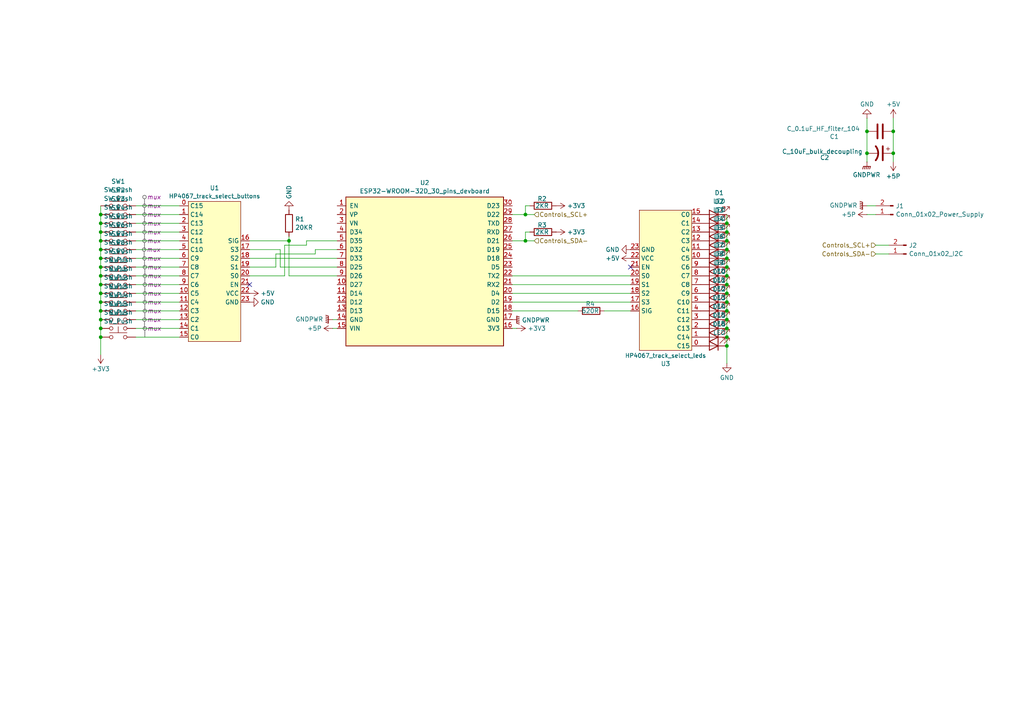
<source format=kicad_sch>
(kicad_sch
	(version 20231120)
	(generator "eeschema")
	(generator_version "8.0")
	(uuid "e498c689-7b91-4b04-a85d-37efd043071d")
	(paper "A4")
	(lib_symbols
		(symbol "Connector:Conn_01x02_Pin"
			(pin_names
				(offset 1.016) hide)
			(exclude_from_sim no)
			(in_bom yes)
			(on_board yes)
			(property "Reference" "J"
				(at 0 2.54 0)
				(effects
					(font
						(size 1.27 1.27)
					)
				)
			)
			(property "Value" "Conn_01x02_Pin"
				(at 0 -5.08 0)
				(effects
					(font
						(size 1.27 1.27)
					)
				)
			)
			(property "Footprint" ""
				(at 0 0 0)
				(effects
					(font
						(size 1.27 1.27)
					)
					(hide yes)
				)
			)
			(property "Datasheet" "~"
				(at 0 0 0)
				(effects
					(font
						(size 1.27 1.27)
					)
					(hide yes)
				)
			)
			(property "Description" "Generic connector, single row, 01x02, script generated"
				(at 0 0 0)
				(effects
					(font
						(size 1.27 1.27)
					)
					(hide yes)
				)
			)
			(property "ki_locked" ""
				(at 0 0 0)
				(effects
					(font
						(size 1.27 1.27)
					)
				)
			)
			(property "ki_keywords" "connector"
				(at 0 0 0)
				(effects
					(font
						(size 1.27 1.27)
					)
					(hide yes)
				)
			)
			(property "ki_fp_filters" "Connector*:*_1x??_*"
				(at 0 0 0)
				(effects
					(font
						(size 1.27 1.27)
					)
					(hide yes)
				)
			)
			(symbol "Conn_01x02_Pin_1_1"
				(polyline
					(pts
						(xy 1.27 -2.54) (xy 0.8636 -2.54)
					)
					(stroke
						(width 0.1524)
						(type default)
					)
					(fill
						(type none)
					)
				)
				(polyline
					(pts
						(xy 1.27 0) (xy 0.8636 0)
					)
					(stroke
						(width 0.1524)
						(type default)
					)
					(fill
						(type none)
					)
				)
				(rectangle
					(start 0.8636 -2.413)
					(end 0 -2.667)
					(stroke
						(width 0.1524)
						(type default)
					)
					(fill
						(type outline)
					)
				)
				(rectangle
					(start 0.8636 0.127)
					(end 0 -0.127)
					(stroke
						(width 0.1524)
						(type default)
					)
					(fill
						(type outline)
					)
				)
				(pin passive line
					(at 5.08 0 180)
					(length 3.81)
					(name "Pin_1"
						(effects
							(font
								(size 1.27 1.27)
							)
						)
					)
					(number "1"
						(effects
							(font
								(size 1.27 1.27)
							)
						)
					)
				)
				(pin passive line
					(at 5.08 -2.54 180)
					(length 3.81)
					(name "Pin_2"
						(effects
							(font
								(size 1.27 1.27)
							)
						)
					)
					(number "2"
						(effects
							(font
								(size 1.27 1.27)
							)
						)
					)
				)
			)
		)
		(symbol "Device:C"
			(pin_numbers hide)
			(pin_names
				(offset 0.254)
			)
			(exclude_from_sim no)
			(in_bom yes)
			(on_board yes)
			(property "Reference" "C"
				(at 0.635 2.54 0)
				(effects
					(font
						(size 1.27 1.27)
					)
					(justify left)
				)
			)
			(property "Value" "C"
				(at 0.635 -2.54 0)
				(effects
					(font
						(size 1.27 1.27)
					)
					(justify left)
				)
			)
			(property "Footprint" ""
				(at 0.9652 -3.81 0)
				(effects
					(font
						(size 1.27 1.27)
					)
					(hide yes)
				)
			)
			(property "Datasheet" "~"
				(at 0 0 0)
				(effects
					(font
						(size 1.27 1.27)
					)
					(hide yes)
				)
			)
			(property "Description" "Unpolarized capacitor"
				(at 0 0 0)
				(effects
					(font
						(size 1.27 1.27)
					)
					(hide yes)
				)
			)
			(property "ki_keywords" "cap capacitor"
				(at 0 0 0)
				(effects
					(font
						(size 1.27 1.27)
					)
					(hide yes)
				)
			)
			(property "ki_fp_filters" "C_*"
				(at 0 0 0)
				(effects
					(font
						(size 1.27 1.27)
					)
					(hide yes)
				)
			)
			(symbol "C_0_1"
				(polyline
					(pts
						(xy -2.032 -0.762) (xy 2.032 -0.762)
					)
					(stroke
						(width 0.508)
						(type default)
					)
					(fill
						(type none)
					)
				)
				(polyline
					(pts
						(xy -2.032 0.762) (xy 2.032 0.762)
					)
					(stroke
						(width 0.508)
						(type default)
					)
					(fill
						(type none)
					)
				)
			)
			(symbol "C_1_1"
				(pin passive line
					(at 0 3.81 270)
					(length 2.794)
					(name "~"
						(effects
							(font
								(size 1.27 1.27)
							)
						)
					)
					(number "1"
						(effects
							(font
								(size 1.27 1.27)
							)
						)
					)
				)
				(pin passive line
					(at 0 -3.81 90)
					(length 2.794)
					(name "~"
						(effects
							(font
								(size 1.27 1.27)
							)
						)
					)
					(number "2"
						(effects
							(font
								(size 1.27 1.27)
							)
						)
					)
				)
			)
		)
		(symbol "Device:C_Polarized_US"
			(pin_numbers hide)
			(pin_names
				(offset 0.254) hide)
			(exclude_from_sim no)
			(in_bom yes)
			(on_board yes)
			(property "Reference" "C"
				(at 0.635 2.54 0)
				(effects
					(font
						(size 1.27 1.27)
					)
					(justify left)
				)
			)
			(property "Value" "C_Polarized_US"
				(at 0.635 -2.54 0)
				(effects
					(font
						(size 1.27 1.27)
					)
					(justify left)
				)
			)
			(property "Footprint" ""
				(at 0 0 0)
				(effects
					(font
						(size 1.27 1.27)
					)
					(hide yes)
				)
			)
			(property "Datasheet" "~"
				(at 0 0 0)
				(effects
					(font
						(size 1.27 1.27)
					)
					(hide yes)
				)
			)
			(property "Description" "Polarized capacitor, US symbol"
				(at 0 0 0)
				(effects
					(font
						(size 1.27 1.27)
					)
					(hide yes)
				)
			)
			(property "ki_keywords" "cap capacitor"
				(at 0 0 0)
				(effects
					(font
						(size 1.27 1.27)
					)
					(hide yes)
				)
			)
			(property "ki_fp_filters" "CP_*"
				(at 0 0 0)
				(effects
					(font
						(size 1.27 1.27)
					)
					(hide yes)
				)
			)
			(symbol "C_Polarized_US_0_1"
				(polyline
					(pts
						(xy -2.032 0.762) (xy 2.032 0.762)
					)
					(stroke
						(width 0.508)
						(type default)
					)
					(fill
						(type none)
					)
				)
				(polyline
					(pts
						(xy -1.778 2.286) (xy -0.762 2.286)
					)
					(stroke
						(width 0)
						(type default)
					)
					(fill
						(type none)
					)
				)
				(polyline
					(pts
						(xy -1.27 1.778) (xy -1.27 2.794)
					)
					(stroke
						(width 0)
						(type default)
					)
					(fill
						(type none)
					)
				)
				(arc
					(start 2.032 -1.27)
					(mid 0 -0.5572)
					(end -2.032 -1.27)
					(stroke
						(width 0.508)
						(type default)
					)
					(fill
						(type none)
					)
				)
			)
			(symbol "C_Polarized_US_1_1"
				(pin passive line
					(at 0 3.81 270)
					(length 2.794)
					(name "~"
						(effects
							(font
								(size 1.27 1.27)
							)
						)
					)
					(number "1"
						(effects
							(font
								(size 1.27 1.27)
							)
						)
					)
				)
				(pin passive line
					(at 0 -3.81 90)
					(length 3.302)
					(name "~"
						(effects
							(font
								(size 1.27 1.27)
							)
						)
					)
					(number "2"
						(effects
							(font
								(size 1.27 1.27)
							)
						)
					)
				)
			)
		)
		(symbol "Device:LED"
			(pin_numbers hide)
			(pin_names
				(offset 1.016) hide)
			(exclude_from_sim no)
			(in_bom yes)
			(on_board yes)
			(property "Reference" "D"
				(at 0 2.54 0)
				(effects
					(font
						(size 1.27 1.27)
					)
				)
			)
			(property "Value" "LED"
				(at 0 -2.54 0)
				(effects
					(font
						(size 1.27 1.27)
					)
				)
			)
			(property "Footprint" ""
				(at 0 0 0)
				(effects
					(font
						(size 1.27 1.27)
					)
					(hide yes)
				)
			)
			(property "Datasheet" "~"
				(at 0 0 0)
				(effects
					(font
						(size 1.27 1.27)
					)
					(hide yes)
				)
			)
			(property "Description" "Light emitting diode"
				(at 0 0 0)
				(effects
					(font
						(size 1.27 1.27)
					)
					(hide yes)
				)
			)
			(property "ki_keywords" "LED diode"
				(at 0 0 0)
				(effects
					(font
						(size 1.27 1.27)
					)
					(hide yes)
				)
			)
			(property "ki_fp_filters" "LED* LED_SMD:* LED_THT:*"
				(at 0 0 0)
				(effects
					(font
						(size 1.27 1.27)
					)
					(hide yes)
				)
			)
			(symbol "LED_0_1"
				(polyline
					(pts
						(xy -1.27 -1.27) (xy -1.27 1.27)
					)
					(stroke
						(width 0.254)
						(type default)
					)
					(fill
						(type none)
					)
				)
				(polyline
					(pts
						(xy -1.27 0) (xy 1.27 0)
					)
					(stroke
						(width 0)
						(type default)
					)
					(fill
						(type none)
					)
				)
				(polyline
					(pts
						(xy 1.27 -1.27) (xy 1.27 1.27) (xy -1.27 0) (xy 1.27 -1.27)
					)
					(stroke
						(width 0.254)
						(type default)
					)
					(fill
						(type none)
					)
				)
				(polyline
					(pts
						(xy -3.048 -0.762) (xy -4.572 -2.286) (xy -3.81 -2.286) (xy -4.572 -2.286) (xy -4.572 -1.524)
					)
					(stroke
						(width 0)
						(type default)
					)
					(fill
						(type none)
					)
				)
				(polyline
					(pts
						(xy -1.778 -0.762) (xy -3.302 -2.286) (xy -2.54 -2.286) (xy -3.302 -2.286) (xy -3.302 -1.524)
					)
					(stroke
						(width 0)
						(type default)
					)
					(fill
						(type none)
					)
				)
			)
			(symbol "LED_1_1"
				(pin passive line
					(at -3.81 0 0)
					(length 2.54)
					(name "K"
						(effects
							(font
								(size 1.27 1.27)
							)
						)
					)
					(number "1"
						(effects
							(font
								(size 1.27 1.27)
							)
						)
					)
				)
				(pin passive line
					(at 3.81 0 180)
					(length 2.54)
					(name "A"
						(effects
							(font
								(size 1.27 1.27)
							)
						)
					)
					(number "2"
						(effects
							(font
								(size 1.27 1.27)
							)
						)
					)
				)
			)
		)
		(symbol "Device:R"
			(pin_numbers hide)
			(pin_names
				(offset 0)
			)
			(exclude_from_sim no)
			(in_bom yes)
			(on_board yes)
			(property "Reference" "R"
				(at 2.032 0 90)
				(effects
					(font
						(size 1.27 1.27)
					)
				)
			)
			(property "Value" "R"
				(at 0 0 90)
				(effects
					(font
						(size 1.27 1.27)
					)
				)
			)
			(property "Footprint" ""
				(at -1.778 0 90)
				(effects
					(font
						(size 1.27 1.27)
					)
					(hide yes)
				)
			)
			(property "Datasheet" "~"
				(at 0 0 0)
				(effects
					(font
						(size 1.27 1.27)
					)
					(hide yes)
				)
			)
			(property "Description" "Resistor"
				(at 0 0 0)
				(effects
					(font
						(size 1.27 1.27)
					)
					(hide yes)
				)
			)
			(property "ki_keywords" "R res resistor"
				(at 0 0 0)
				(effects
					(font
						(size 1.27 1.27)
					)
					(hide yes)
				)
			)
			(property "ki_fp_filters" "R_*"
				(at 0 0 0)
				(effects
					(font
						(size 1.27 1.27)
					)
					(hide yes)
				)
			)
			(symbol "R_0_1"
				(rectangle
					(start -1.016 -2.54)
					(end 1.016 2.54)
					(stroke
						(width 0.254)
						(type default)
					)
					(fill
						(type none)
					)
				)
			)
			(symbol "R_1_1"
				(pin passive line
					(at 0 3.81 270)
					(length 1.27)
					(name "~"
						(effects
							(font
								(size 1.27 1.27)
							)
						)
					)
					(number "1"
						(effects
							(font
								(size 1.27 1.27)
							)
						)
					)
				)
				(pin passive line
					(at 0 -3.81 90)
					(length 1.27)
					(name "~"
						(effects
							(font
								(size 1.27 1.27)
							)
						)
					)
					(number "2"
						(effects
							(font
								(size 1.27 1.27)
							)
						)
					)
				)
			)
		)
		(symbol "Switch:SW_Push"
			(pin_numbers hide)
			(pin_names
				(offset 1.016) hide)
			(exclude_from_sim no)
			(in_bom yes)
			(on_board yes)
			(property "Reference" "SW"
				(at 1.27 2.54 0)
				(effects
					(font
						(size 1.27 1.27)
					)
					(justify left)
				)
			)
			(property "Value" "SW_Push"
				(at 0 -1.524 0)
				(effects
					(font
						(size 1.27 1.27)
					)
				)
			)
			(property "Footprint" ""
				(at 0 5.08 0)
				(effects
					(font
						(size 1.27 1.27)
					)
					(hide yes)
				)
			)
			(property "Datasheet" "~"
				(at 0 5.08 0)
				(effects
					(font
						(size 1.27 1.27)
					)
					(hide yes)
				)
			)
			(property "Description" "Push button switch, generic, two pins"
				(at 0 0 0)
				(effects
					(font
						(size 1.27 1.27)
					)
					(hide yes)
				)
			)
			(property "ki_keywords" "switch normally-open pushbutton push-button"
				(at 0 0 0)
				(effects
					(font
						(size 1.27 1.27)
					)
					(hide yes)
				)
			)
			(symbol "SW_Push_0_1"
				(circle
					(center -2.032 0)
					(radius 0.508)
					(stroke
						(width 0)
						(type default)
					)
					(fill
						(type none)
					)
				)
				(polyline
					(pts
						(xy 0 1.27) (xy 0 3.048)
					)
					(stroke
						(width 0)
						(type default)
					)
					(fill
						(type none)
					)
				)
				(polyline
					(pts
						(xy 2.54 1.27) (xy -2.54 1.27)
					)
					(stroke
						(width 0)
						(type default)
					)
					(fill
						(type none)
					)
				)
				(circle
					(center 2.032 0)
					(radius 0.508)
					(stroke
						(width 0)
						(type default)
					)
					(fill
						(type none)
					)
				)
				(pin passive line
					(at -5.08 0 0)
					(length 2.54)
					(name "1"
						(effects
							(font
								(size 1.27 1.27)
							)
						)
					)
					(number "1"
						(effects
							(font
								(size 1.27 1.27)
							)
						)
					)
				)
				(pin passive line
					(at 5.08 0 180)
					(length 2.54)
					(name "2"
						(effects
							(font
								(size 1.27 1.27)
							)
						)
					)
					(number "2"
						(effects
							(font
								(size 1.27 1.27)
							)
						)
					)
				)
			)
		)
		(symbol "power:+3V3"
			(power)
			(pin_numbers hide)
			(pin_names
				(offset 0) hide)
			(exclude_from_sim no)
			(in_bom yes)
			(on_board yes)
			(property "Reference" "#PWR"
				(at 0 -3.81 0)
				(effects
					(font
						(size 1.27 1.27)
					)
					(hide yes)
				)
			)
			(property "Value" "+3V3"
				(at 0 3.556 0)
				(effects
					(font
						(size 1.27 1.27)
					)
				)
			)
			(property "Footprint" ""
				(at 0 0 0)
				(effects
					(font
						(size 1.27 1.27)
					)
					(hide yes)
				)
			)
			(property "Datasheet" ""
				(at 0 0 0)
				(effects
					(font
						(size 1.27 1.27)
					)
					(hide yes)
				)
			)
			(property "Description" "Power symbol creates a global label with name \"+3V3\""
				(at 0 0 0)
				(effects
					(font
						(size 1.27 1.27)
					)
					(hide yes)
				)
			)
			(property "ki_keywords" "global power"
				(at 0 0 0)
				(effects
					(font
						(size 1.27 1.27)
					)
					(hide yes)
				)
			)
			(symbol "+3V3_0_1"
				(polyline
					(pts
						(xy -0.762 1.27) (xy 0 2.54)
					)
					(stroke
						(width 0)
						(type default)
					)
					(fill
						(type none)
					)
				)
				(polyline
					(pts
						(xy 0 0) (xy 0 2.54)
					)
					(stroke
						(width 0)
						(type default)
					)
					(fill
						(type none)
					)
				)
				(polyline
					(pts
						(xy 0 2.54) (xy 0.762 1.27)
					)
					(stroke
						(width 0)
						(type default)
					)
					(fill
						(type none)
					)
				)
			)
			(symbol "+3V3_1_1"
				(pin power_in line
					(at 0 0 90)
					(length 0)
					(name "~"
						(effects
							(font
								(size 1.27 1.27)
							)
						)
					)
					(number "1"
						(effects
							(font
								(size 1.27 1.27)
							)
						)
					)
				)
			)
		)
		(symbol "power:+5P"
			(power)
			(pin_numbers hide)
			(pin_names
				(offset 0) hide)
			(exclude_from_sim no)
			(in_bom yes)
			(on_board yes)
			(property "Reference" "#PWR"
				(at 0 -3.81 0)
				(effects
					(font
						(size 1.27 1.27)
					)
					(hide yes)
				)
			)
			(property "Value" "+5P"
				(at 0 3.556 0)
				(effects
					(font
						(size 1.27 1.27)
					)
				)
			)
			(property "Footprint" ""
				(at 0 0 0)
				(effects
					(font
						(size 1.27 1.27)
					)
					(hide yes)
				)
			)
			(property "Datasheet" ""
				(at 0 0 0)
				(effects
					(font
						(size 1.27 1.27)
					)
					(hide yes)
				)
			)
			(property "Description" "Power symbol creates a global label with name \"+5P\""
				(at 0 0 0)
				(effects
					(font
						(size 1.27 1.27)
					)
					(hide yes)
				)
			)
			(property "ki_keywords" "global power"
				(at 0 0 0)
				(effects
					(font
						(size 1.27 1.27)
					)
					(hide yes)
				)
			)
			(symbol "+5P_0_1"
				(polyline
					(pts
						(xy -0.762 1.27) (xy 0 2.54)
					)
					(stroke
						(width 0)
						(type default)
					)
					(fill
						(type none)
					)
				)
				(polyline
					(pts
						(xy 0 0) (xy 0 2.54)
					)
					(stroke
						(width 0)
						(type default)
					)
					(fill
						(type none)
					)
				)
				(polyline
					(pts
						(xy 0 2.54) (xy 0.762 1.27)
					)
					(stroke
						(width 0)
						(type default)
					)
					(fill
						(type none)
					)
				)
			)
			(symbol "+5P_1_1"
				(pin power_in line
					(at 0 0 90)
					(length 0)
					(name "~"
						(effects
							(font
								(size 1.27 1.27)
							)
						)
					)
					(number "1"
						(effects
							(font
								(size 1.27 1.27)
							)
						)
					)
				)
			)
		)
		(symbol "power:+5V"
			(power)
			(pin_numbers hide)
			(pin_names
				(offset 0) hide)
			(exclude_from_sim no)
			(in_bom yes)
			(on_board yes)
			(property "Reference" "#PWR"
				(at 0 -3.81 0)
				(effects
					(font
						(size 1.27 1.27)
					)
					(hide yes)
				)
			)
			(property "Value" "+5V"
				(at 0 3.556 0)
				(effects
					(font
						(size 1.27 1.27)
					)
				)
			)
			(property "Footprint" ""
				(at 0 0 0)
				(effects
					(font
						(size 1.27 1.27)
					)
					(hide yes)
				)
			)
			(property "Datasheet" ""
				(at 0 0 0)
				(effects
					(font
						(size 1.27 1.27)
					)
					(hide yes)
				)
			)
			(property "Description" "Power symbol creates a global label with name \"+5V\""
				(at 0 0 0)
				(effects
					(font
						(size 1.27 1.27)
					)
					(hide yes)
				)
			)
			(property "ki_keywords" "global power"
				(at 0 0 0)
				(effects
					(font
						(size 1.27 1.27)
					)
					(hide yes)
				)
			)
			(symbol "+5V_0_1"
				(polyline
					(pts
						(xy -0.762 1.27) (xy 0 2.54)
					)
					(stroke
						(width 0)
						(type default)
					)
					(fill
						(type none)
					)
				)
				(polyline
					(pts
						(xy 0 0) (xy 0 2.54)
					)
					(stroke
						(width 0)
						(type default)
					)
					(fill
						(type none)
					)
				)
				(polyline
					(pts
						(xy 0 2.54) (xy 0.762 1.27)
					)
					(stroke
						(width 0)
						(type default)
					)
					(fill
						(type none)
					)
				)
			)
			(symbol "+5V_1_1"
				(pin power_in line
					(at 0 0 90)
					(length 0)
					(name "~"
						(effects
							(font
								(size 1.27 1.27)
							)
						)
					)
					(number "1"
						(effects
							(font
								(size 1.27 1.27)
							)
						)
					)
				)
			)
		)
		(symbol "power:GND"
			(power)
			(pin_numbers hide)
			(pin_names
				(offset 0) hide)
			(exclude_from_sim no)
			(in_bom yes)
			(on_board yes)
			(property "Reference" "#PWR"
				(at 0 -6.35 0)
				(effects
					(font
						(size 1.27 1.27)
					)
					(hide yes)
				)
			)
			(property "Value" "GND"
				(at 0 -3.81 0)
				(effects
					(font
						(size 1.27 1.27)
					)
				)
			)
			(property "Footprint" ""
				(at 0 0 0)
				(effects
					(font
						(size 1.27 1.27)
					)
					(hide yes)
				)
			)
			(property "Datasheet" ""
				(at 0 0 0)
				(effects
					(font
						(size 1.27 1.27)
					)
					(hide yes)
				)
			)
			(property "Description" "Power symbol creates a global label with name \"GND\" , ground"
				(at 0 0 0)
				(effects
					(font
						(size 1.27 1.27)
					)
					(hide yes)
				)
			)
			(property "ki_keywords" "global power"
				(at 0 0 0)
				(effects
					(font
						(size 1.27 1.27)
					)
					(hide yes)
				)
			)
			(symbol "GND_0_1"
				(polyline
					(pts
						(xy 0 0) (xy 0 -1.27) (xy 1.27 -1.27) (xy 0 -2.54) (xy -1.27 -1.27) (xy 0 -1.27)
					)
					(stroke
						(width 0)
						(type default)
					)
					(fill
						(type none)
					)
				)
			)
			(symbol "GND_1_1"
				(pin power_in line
					(at 0 0 270)
					(length 0)
					(name "~"
						(effects
							(font
								(size 1.27 1.27)
							)
						)
					)
					(number "1"
						(effects
							(font
								(size 1.27 1.27)
							)
						)
					)
				)
			)
		)
		(symbol "power:GNDPWR"
			(power)
			(pin_numbers hide)
			(pin_names
				(offset 0) hide)
			(exclude_from_sim no)
			(in_bom yes)
			(on_board yes)
			(property "Reference" "#PWR"
				(at 0 -5.08 0)
				(effects
					(font
						(size 1.27 1.27)
					)
					(hide yes)
				)
			)
			(property "Value" "GNDPWR"
				(at 0 -3.302 0)
				(effects
					(font
						(size 1.27 1.27)
					)
				)
			)
			(property "Footprint" ""
				(at 0 -1.27 0)
				(effects
					(font
						(size 1.27 1.27)
					)
					(hide yes)
				)
			)
			(property "Datasheet" ""
				(at 0 -1.27 0)
				(effects
					(font
						(size 1.27 1.27)
					)
					(hide yes)
				)
			)
			(property "Description" "Power symbol creates a global label with name \"GNDPWR\" , global ground"
				(at 0 0 0)
				(effects
					(font
						(size 1.27 1.27)
					)
					(hide yes)
				)
			)
			(property "ki_keywords" "global ground"
				(at 0 0 0)
				(effects
					(font
						(size 1.27 1.27)
					)
					(hide yes)
				)
			)
			(symbol "GNDPWR_0_1"
				(polyline
					(pts
						(xy 0 -1.27) (xy 0 0)
					)
					(stroke
						(width 0)
						(type default)
					)
					(fill
						(type none)
					)
				)
				(polyline
					(pts
						(xy -1.016 -1.27) (xy -1.27 -2.032) (xy -1.27 -2.032)
					)
					(stroke
						(width 0.2032)
						(type default)
					)
					(fill
						(type none)
					)
				)
				(polyline
					(pts
						(xy -0.508 -1.27) (xy -0.762 -2.032) (xy -0.762 -2.032)
					)
					(stroke
						(width 0.2032)
						(type default)
					)
					(fill
						(type none)
					)
				)
				(polyline
					(pts
						(xy 0 -1.27) (xy -0.254 -2.032) (xy -0.254 -2.032)
					)
					(stroke
						(width 0.2032)
						(type default)
					)
					(fill
						(type none)
					)
				)
				(polyline
					(pts
						(xy 0.508 -1.27) (xy 0.254 -2.032) (xy 0.254 -2.032)
					)
					(stroke
						(width 0.2032)
						(type default)
					)
					(fill
						(type none)
					)
				)
				(polyline
					(pts
						(xy 1.016 -1.27) (xy -1.016 -1.27) (xy -1.016 -1.27)
					)
					(stroke
						(width 0.2032)
						(type default)
					)
					(fill
						(type none)
					)
				)
				(polyline
					(pts
						(xy 1.016 -1.27) (xy 0.762 -2.032) (xy 0.762 -2.032) (xy 0.762 -2.032)
					)
					(stroke
						(width 0.2032)
						(type default)
					)
					(fill
						(type none)
					)
				)
			)
			(symbol "GNDPWR_1_1"
				(pin power_in line
					(at 0 0 270)
					(length 0)
					(name "~"
						(effects
							(font
								(size 1.27 1.27)
							)
						)
					)
					(number "1"
						(effects
							(font
								(size 1.27 1.27)
							)
						)
					)
				)
			)
		)
		(symbol "sequencer_library:ESP32-WROOM-32D_30_pins_devboard"
			(pin_names
				(offset 1.016)
			)
			(exclude_from_sim no)
			(in_bom yes)
			(on_board yes)
			(property "Reference" "U"
				(at -22.86 25.4 0)
				(effects
					(font
						(size 1.27 1.27)
					)
					(justify left)
				)
			)
			(property "Value" "ESP32-WROOM-32D_30_pins_devboard"
				(at -22.86 22.86 0)
				(effects
					(font
						(size 1.27 1.27)
					)
					(justify left)
				)
			)
			(property "Footprint" "sequencer:ESP32-WROOM-32D_30_pins_devboard"
				(at 0 -25.4 0)
				(show_name)
				(effects
					(font
						(size 1.27 1.27)
					)
					(hide yes)
				)
			)
			(property "Datasheet" ""
				(at 8.89 -27.94 0)
				(effects
					(font
						(size 1.27 1.27)
					)
					(hide yes)
				)
			)
			(property "Description" "ESP32-WROOM-32D_30_pins_devboard"
				(at -0.254 -20.32 0)
				(effects
					(font
						(size 1.27 1.27)
					)
					(hide yes)
				)
			)
			(symbol "ESP32-WROOM-32D_30_pins_devboard_0_1"
				(rectangle
					(start -22.86 20.32)
					(end 22.86 -22.86)
					(stroke
						(width 0.254)
						(type default)
					)
					(fill
						(type background)
					)
				)
			)
			(symbol "ESP32-WROOM-32D_30_pins_devboard_1_0"
				(pin passive line
					(at -25.4 -15.24 0)
					(length 2.54)
					(name "GND"
						(effects
							(font
								(size 1.27 1.27)
							)
						)
					)
					(number "14"
						(effects
							(font
								(size 1.27 1.27)
							)
						)
					)
				)
				(pin bidirectional line
					(at -25.4 15.24 0)
					(length 2.54)
					(name "VP"
						(effects
							(font
								(size 1.27 1.27)
							)
						)
					)
					(number "2"
						(effects
							(font
								(size 1.27 1.27)
							)
						)
					)
				)
				(pin bidirectional line
					(at 25.4 17.78 180)
					(length 2.54)
					(name "D23"
						(effects
							(font
								(size 1.27 1.27)
							)
						)
					)
					(number "30"
						(effects
							(font
								(size 1.27 1.27)
							)
						)
					)
				)
			)
			(symbol "ESP32-WROOM-32D_30_pins_devboard_1_1"
				(pin input line
					(at -25.4 17.78 0)
					(length 2.54)
					(name "EN"
						(effects
							(font
								(size 1.27 1.27)
							)
						)
					)
					(number "1"
						(effects
							(font
								(size 1.27 1.27)
							)
						)
					)
				)
				(pin bidirectional line
					(at -25.4 -5.08 0)
					(length 2.54)
					(name "D27"
						(effects
							(font
								(size 1.27 1.27)
							)
						)
					)
					(number "10"
						(effects
							(font
								(size 1.27 1.27)
							)
						)
					)
					(alternate "GPIO6/ADC1_CH6" bidirectional line)
					(alternate "GPIO6/FSPICLK" bidirectional line)
					(alternate "GPIO6/LP_GPIO6" bidirectional line)
					(alternate "GPIO6/LP_I2C_SDA" bidirectional line)
					(alternate "GPIO6/MTCK" bidirectional line)
				)
				(pin bidirectional line
					(at -25.4 -7.62 0)
					(length 2.54)
					(name "D14"
						(effects
							(font
								(size 1.27 1.27)
							)
						)
					)
					(number "11"
						(effects
							(font
								(size 1.27 1.27)
							)
						)
					)
				)
				(pin bidirectional line
					(at -25.4 -10.16 0)
					(length 2.54)
					(name "D12"
						(effects
							(font
								(size 1.27 1.27)
							)
						)
					)
					(number "12"
						(effects
							(font
								(size 1.27 1.27)
							)
						)
					)
				)
				(pin bidirectional line
					(at -25.4 -12.7 0)
					(length 2.54)
					(name "D13"
						(effects
							(font
								(size 1.27 1.27)
							)
						)
					)
					(number "13"
						(effects
							(font
								(size 1.27 1.27)
							)
						)
					)
				)
				(pin power_in line
					(at -25.4 -17.78 0)
					(length 2.54)
					(name "VIN"
						(effects
							(font
								(size 1.27 1.27)
							)
						)
					)
					(number "15"
						(effects
							(font
								(size 1.27 1.27)
							)
						)
					)
				)
				(pin power_in line
					(at 25.4 -17.78 180)
					(length 2.54)
					(name "3V3"
						(effects
							(font
								(size 1.27 1.27)
							)
						)
					)
					(number "16"
						(effects
							(font
								(size 1.27 1.27)
							)
						)
					)
				)
				(pin passive line
					(at 25.4 -15.24 180)
					(length 2.54)
					(name "GND"
						(effects
							(font
								(size 1.27 1.27)
							)
						)
					)
					(number "17"
						(effects
							(font
								(size 1.27 1.27)
							)
						)
					)
					(alternate "GPIO12" bidirectional line)
				)
				(pin bidirectional line
					(at 25.4 -12.7 180)
					(length 2.54)
					(name "D15"
						(effects
							(font
								(size 1.27 1.27)
							)
						)
					)
					(number "18"
						(effects
							(font
								(size 1.27 1.27)
							)
						)
					)
					(alternate "GPIO13" bidirectional line)
				)
				(pin bidirectional line
					(at 25.4 -10.16 180)
					(length 2.54)
					(name "D2"
						(effects
							(font
								(size 1.27 1.27)
							)
						)
					)
					(number "19"
						(effects
							(font
								(size 1.27 1.27)
							)
						)
					)
				)
				(pin bidirectional line
					(at 25.4 -7.62 180)
					(length 2.54)
					(name "D4"
						(effects
							(font
								(size 1.27 1.27)
							)
						)
					)
					(number "20"
						(effects
							(font
								(size 1.27 1.27)
							)
						)
					)
				)
				(pin bidirectional line
					(at 25.4 -5.08 180)
					(length 2.54)
					(name "RX2"
						(effects
							(font
								(size 1.27 1.27)
							)
						)
					)
					(number "21"
						(effects
							(font
								(size 1.27 1.27)
							)
						)
					)
				)
				(pin bidirectional line
					(at 25.4 -2.54 180)
					(length 2.54)
					(name "TX2"
						(effects
							(font
								(size 1.27 1.27)
							)
						)
					)
					(number "22"
						(effects
							(font
								(size 1.27 1.27)
							)
						)
					)
					(alternate "GPIO18/FSPICS2" bidirectional line)
					(alternate "GPIO18/SDIO_CMD" bidirectional line)
				)
				(pin bidirectional line
					(at 25.4 0 180)
					(length 2.54)
					(name "D5"
						(effects
							(font
								(size 1.27 1.27)
							)
						)
					)
					(number "23"
						(effects
							(font
								(size 1.27 1.27)
							)
						)
					)
					(alternate "GPIO19/FSPICS3" bidirectional line)
					(alternate "GPIO19/SDIO_CLK" bidirectional line)
				)
				(pin bidirectional line
					(at 25.4 2.54 180)
					(length 2.54)
					(name "D18"
						(effects
							(font
								(size 1.27 1.27)
							)
						)
					)
					(number "24"
						(effects
							(font
								(size 1.27 1.27)
							)
						)
					)
					(alternate "GPIO20/FSPICS4" bidirectional line)
					(alternate "GPIO20/SDIO_DATA0" bidirectional line)
				)
				(pin bidirectional line
					(at 25.4 5.08 180)
					(length 2.54)
					(name "D19"
						(effects
							(font
								(size 1.27 1.27)
							)
						)
					)
					(number "25"
						(effects
							(font
								(size 1.27 1.27)
							)
						)
					)
					(alternate "GPIO21/FSPICS5" bidirectional line)
					(alternate "GPIO21/SDIO_DATA1" bidirectional line)
				)
				(pin bidirectional line
					(at 25.4 7.62 180)
					(length 2.54)
					(name "D21"
						(effects
							(font
								(size 1.27 1.27)
							)
						)
					)
					(number "26"
						(effects
							(font
								(size 1.27 1.27)
							)
						)
					)
					(alternate "GPIO22/SDIO_DATA2" bidirectional line)
				)
				(pin bidirectional line
					(at 25.4 10.16 180)
					(length 2.54)
					(name "RXD"
						(effects
							(font
								(size 1.27 1.27)
							)
						)
					)
					(number "27"
						(effects
							(font
								(size 1.27 1.27)
							)
						)
					)
					(alternate "GPIO23/SDIO_DATA3" bidirectional line)
				)
				(pin bidirectional line
					(at 25.4 12.7 180)
					(length 2.54)
					(name "TXD"
						(effects
							(font
								(size 1.27 1.27)
							)
						)
					)
					(number "28"
						(effects
							(font
								(size 1.27 1.27)
							)
						)
					)
					(alternate "GPIO17" bidirectional line)
					(alternate "GPIO17/FSPICS1" bidirectional line)
				)
				(pin bidirectional line
					(at 25.4 15.24 180)
					(length 2.54)
					(name "D22"
						(effects
							(font
								(size 1.27 1.27)
							)
						)
					)
					(number "29"
						(effects
							(font
								(size 1.27 1.27)
							)
						)
					)
					(alternate "GPIO16" bidirectional line)
					(alternate "GPIO16/FSPICS0" bidirectional line)
				)
				(pin bidirectional line
					(at -25.4 12.7 0)
					(length 2.54)
					(name "VN"
						(effects
							(font
								(size 1.27 1.27)
							)
						)
					)
					(number "3"
						(effects
							(font
								(size 1.27 1.27)
							)
						)
					)
					(alternate "GPIO2/ADC1_CH2" bidirectional line)
					(alternate "GPIO2/FSPIQ" bidirectional line)
					(alternate "GPIO2/LP_GPIO2" bidirectional line)
					(alternate "GPIO2/LP_UART_RTSN" bidirectional line)
				)
				(pin bidirectional line
					(at -25.4 10.16 0)
					(length 2.54)
					(name "D34"
						(effects
							(font
								(size 1.27 1.27)
							)
						)
					)
					(number "4"
						(effects
							(font
								(size 1.27 1.27)
							)
						)
					)
					(alternate "GPIO3/ADC1_CH3" bidirectional line)
					(alternate "GPIO3/LP_GPIO3" bidirectional line)
					(alternate "GPIO3/LP_UART_CTSN" bidirectional line)
				)
				(pin bidirectional line
					(at -25.4 7.62 0)
					(length 2.54)
					(name "D35"
						(effects
							(font
								(size 1.27 1.27)
							)
						)
					)
					(number "5"
						(effects
							(font
								(size 1.27 1.27)
							)
						)
					)
					(alternate "GPIO4" bidirectional line)
					(alternate "GPIO4/ADC1_CH4" bidirectional line)
					(alternate "GPIO4/FSPIHD" bidirectional line)
					(alternate "GPIO4/LP_GPIO4" bidirectional line)
					(alternate "GPIO4/LP_UART_RXD" bidirectional line)
				)
				(pin bidirectional line
					(at -25.4 5.08 0)
					(length 2.54)
					(name "D32"
						(effects
							(font
								(size 1.27 1.27)
							)
						)
					)
					(number "6"
						(effects
							(font
								(size 1.27 1.27)
							)
						)
					)
					(alternate "GPIO5" bidirectional line)
					(alternate "GPIO5/ADC1_CH5" bidirectional line)
					(alternate "GPIO5/FSPIWP" bidirectional line)
					(alternate "GPIO5/LP_GPIO5" bidirectional line)
					(alternate "GPIO5/LP_UART_TXD" bidirectional line)
				)
				(pin bidirectional line
					(at -25.4 2.54 0)
					(length 2.54)
					(name "D33"
						(effects
							(font
								(size 1.27 1.27)
							)
						)
					)
					(number "7"
						(effects
							(font
								(size 1.27 1.27)
							)
						)
					)
					(alternate "GPIO0/ADC1_CH0" bidirectional line)
					(alternate "GPIO0/LP_GPIO0" bidirectional line)
					(alternate "GPIO0/LP_UART_DTRN" bidirectional line)
					(alternate "GPIO0/XTAL_32K_P" bidirectional line)
				)
				(pin bidirectional line
					(at -25.4 0 0)
					(length 2.54)
					(name "D25"
						(effects
							(font
								(size 1.27 1.27)
							)
						)
					)
					(number "8"
						(effects
							(font
								(size 1.27 1.27)
							)
						)
					)
					(alternate "GPIO1/ADC1_CH1" bidirectional line)
					(alternate "GPIO1/LP_GPIO1" bidirectional line)
					(alternate "GPIO1/LP_UART_DSRN" bidirectional line)
					(alternate "GPIO1/XTAL_32K_N" bidirectional line)
				)
				(pin bidirectional line
					(at -25.4 -2.54 0)
					(length 2.54)
					(name "D26"
						(effects
							(font
								(size 1.27 1.27)
							)
						)
					)
					(number "9"
						(effects
							(font
								(size 1.27 1.27)
							)
						)
					)
				)
			)
		)
		(symbol "sequencer_library:HP4067_16_ch_analog_mutiplexer_devboard"
			(exclude_from_sim no)
			(in_bom yes)
			(on_board yes)
			(property "Reference" "U"
				(at 0 2.54 0)
				(effects
					(font
						(size 1.27 1.27)
					)
				)
			)
			(property "Value" "HP4067_16_ch_analog_mutiplexer_devboard"
				(at 10.16 -19.05 90)
				(effects
					(font
						(size 1.2 1.2)
					)
				)
			)
			(property "Footprint" "sequencer:HP4067_16_ch_analog_mutiplexer_devboard"
				(at 7.874 8.382 0)
				(effects
					(font
						(size 1.27 1.27)
					)
					(hide yes)
				)
			)
			(property "Datasheet" ""
				(at 0 0 0)
				(effects
					(font
						(size 1.27 1.27)
					)
					(hide yes)
				)
			)
			(property "Description" ""
				(at 0 0 0)
				(effects
					(font
						(size 1.27 1.27)
					)
					(hide yes)
				)
			)
			(symbol "HP4067_16_ch_analog_mutiplexer_devboard_1_0"
				(pin bidirectional line
					(at 0 0 0)
					(length 2.54)
					(name "C15"
						(effects
							(font
								(size 1.27 1.27)
							)
						)
					)
					(number "0"
						(effects
							(font
								(size 1.27 1.27)
							)
						)
					)
				)
				(pin bidirectional line
					(at 0 -2.54 0)
					(length 2.54)
					(name "C14"
						(effects
							(font
								(size 1.27 1.27)
							)
						)
					)
					(number "1"
						(effects
							(font
								(size 1.27 1.27)
							)
						)
					)
				)
				(pin bidirectional line
					(at 0 -25.4 0)
					(length 2.54)
					(name "C5"
						(effects
							(font
								(size 1.27 1.27)
							)
						)
					)
					(number "10"
						(effects
							(font
								(size 1.27 1.27)
							)
						)
					)
				)
				(pin bidirectional line
					(at 0 -27.94 0)
					(length 2.54)
					(name "C4"
						(effects
							(font
								(size 1.27 1.27)
							)
						)
					)
					(number "11"
						(effects
							(font
								(size 1.27 1.27)
							)
						)
					)
				)
				(pin bidirectional line
					(at 0 -30.48 0)
					(length 2.54)
					(name "C3"
						(effects
							(font
								(size 1.27 1.27)
							)
						)
					)
					(number "12"
						(effects
							(font
								(size 1.27 1.27)
							)
						)
					)
				)
				(pin bidirectional line
					(at 0 -33.02 0)
					(length 2.54)
					(name "C2"
						(effects
							(font
								(size 1.27 1.27)
							)
						)
					)
					(number "13"
						(effects
							(font
								(size 1.27 1.27)
							)
						)
					)
				)
				(pin bidirectional line
					(at 0 -35.56 0)
					(length 2.54)
					(name "C1"
						(effects
							(font
								(size 1.27 1.27)
							)
						)
					)
					(number "14"
						(effects
							(font
								(size 1.27 1.27)
							)
						)
					)
				)
				(pin bidirectional line
					(at 0 -38.1 0)
					(length 2.54)
					(name "C0"
						(effects
							(font
								(size 1.27 1.27)
							)
						)
					)
					(number "15"
						(effects
							(font
								(size 1.27 1.27)
							)
						)
					)
				)
				(pin bidirectional line
					(at 20.32 -10.16 180)
					(length 2.54)
					(name "SIG"
						(effects
							(font
								(size 1.27 1.27)
							)
						)
					)
					(number "16"
						(effects
							(font
								(size 1.27 1.27)
							)
						)
					)
				)
				(pin input line
					(at 20.32 -12.7 180)
					(length 2.54)
					(name "S3"
						(effects
							(font
								(size 1.27 1.27)
							)
						)
					)
					(number "17"
						(effects
							(font
								(size 1.27 1.27)
							)
						)
					)
				)
				(pin input line
					(at 20.32 -15.24 180)
					(length 2.54)
					(name "S2"
						(effects
							(font
								(size 1.27 1.27)
							)
						)
					)
					(number "18"
						(effects
							(font
								(size 1.27 1.27)
							)
						)
					)
				)
				(pin input line
					(at 20.32 -17.78 180)
					(length 2.54)
					(name "S1"
						(effects
							(font
								(size 1.27 1.27)
							)
						)
					)
					(number "19"
						(effects
							(font
								(size 1.27 1.27)
							)
						)
					)
				)
				(pin bidirectional line
					(at 0 -5.08 0)
					(length 2.54)
					(name "C13"
						(effects
							(font
								(size 1.27 1.27)
							)
						)
					)
					(number "2"
						(effects
							(font
								(size 1.27 1.27)
							)
						)
					)
				)
				(pin input line
					(at 20.32 -20.32 180)
					(length 2.54)
					(name "S0"
						(effects
							(font
								(size 1.27 1.27)
							)
						)
					)
					(number "20"
						(effects
							(font
								(size 1.27 1.27)
							)
						)
					)
				)
				(pin input line
					(at 20.32 -22.86 180)
					(length 2.54)
					(name "EN"
						(effects
							(font
								(size 1.27 1.27)
							)
						)
					)
					(number "21"
						(effects
							(font
								(size 1.27 1.27)
							)
						)
					)
				)
				(pin power_in line
					(at 20.32 -25.4 180)
					(length 2.54)
					(name "VCC"
						(effects
							(font
								(size 1.27 1.27)
							)
						)
					)
					(number "22"
						(effects
							(font
								(size 1.27 1.27)
							)
						)
					)
				)
				(pin passive line
					(at 20.32 -27.94 180)
					(length 2.54)
					(name "GND"
						(effects
							(font
								(size 1.27 1.27)
							)
						)
					)
					(number "23"
						(effects
							(font
								(size 1.27 1.27)
							)
						)
					)
				)
				(pin bidirectional line
					(at 0 -7.62 0)
					(length 2.54)
					(name "C12"
						(effects
							(font
								(size 1.27 1.27)
							)
						)
					)
					(number "3"
						(effects
							(font
								(size 1.27 1.27)
							)
						)
					)
				)
				(pin bidirectional line
					(at 0 -10.16 0)
					(length 2.54)
					(name "C11"
						(effects
							(font
								(size 1.27 1.27)
							)
						)
					)
					(number "4"
						(effects
							(font
								(size 1.27 1.27)
							)
						)
					)
				)
				(pin bidirectional line
					(at 0 -12.7 0)
					(length 2.54)
					(name "C10"
						(effects
							(font
								(size 1.27 1.27)
							)
						)
					)
					(number "5"
						(effects
							(font
								(size 1.27 1.27)
							)
						)
					)
				)
				(pin bidirectional line
					(at 0 -15.24 0)
					(length 2.54)
					(name "C9"
						(effects
							(font
								(size 1.27 1.27)
							)
						)
					)
					(number "6"
						(effects
							(font
								(size 1.27 1.27)
							)
						)
					)
				)
				(pin bidirectional line
					(at 0 -17.78 0)
					(length 2.54)
					(name "C8"
						(effects
							(font
								(size 1.27 1.27)
							)
						)
					)
					(number "7"
						(effects
							(font
								(size 1.27 1.27)
							)
						)
					)
				)
				(pin bidirectional line
					(at 0 -20.32 0)
					(length 2.54)
					(name "C7"
						(effects
							(font
								(size 1.27 1.27)
							)
						)
					)
					(number "8"
						(effects
							(font
								(size 1.27 1.27)
							)
						)
					)
				)
				(pin bidirectional line
					(at 0 -22.86 0)
					(length 2.54)
					(name "C6"
						(effects
							(font
								(size 1.27 1.27)
							)
						)
					)
					(number "9"
						(effects
							(font
								(size 1.27 1.27)
							)
						)
					)
				)
			)
			(symbol "HP4067_16_ch_analog_mutiplexer_devboard_1_1"
				(rectangle
					(start 2.54 1.27)
					(end 17.78 -39.37)
					(stroke
						(width 0)
						(type default)
					)
					(fill
						(type background)
					)
				)
			)
		)
	)
	(junction
		(at 29.21 62.23)
		(diameter 0)
		(color 0 0 0 0)
		(uuid "07cd19eb-6d79-49b5-9b93-2772f252834b")
	)
	(junction
		(at 251.46 38.1)
		(diameter 0)
		(color 0 0 0 0)
		(uuid "182e354e-1158-495e-8b02-7f75c888dd14")
	)
	(junction
		(at 210.82 72.39)
		(diameter 0)
		(color 0 0 0 0)
		(uuid "1e5de2f5-cefb-4482-96eb-0988d804beb5")
	)
	(junction
		(at 210.82 77.47)
		(diameter 0)
		(color 0 0 0 0)
		(uuid "23d0b116-096d-4ee3-a644-46defb4f09d5")
	)
	(junction
		(at 29.21 90.17)
		(diameter 0)
		(color 0 0 0 0)
		(uuid "26b9a837-3876-4194-8d29-62a22858d609")
	)
	(junction
		(at 210.82 69.85)
		(diameter 0)
		(color 0 0 0 0)
		(uuid "28293b23-560e-44ee-978b-e8ff83dfd1b1")
	)
	(junction
		(at 152.4 69.85)
		(diameter 0)
		(color 0 0 0 0)
		(uuid "28bb0f0c-8fb9-485b-9cd6-56f2734f6a58")
	)
	(junction
		(at 29.21 80.01)
		(diameter 0)
		(color 0 0 0 0)
		(uuid "299719fd-933d-44db-a8a8-e087cbfc84f4")
	)
	(junction
		(at 251.46 44.45)
		(diameter 0)
		(color 0 0 0 0)
		(uuid "2f391839-81e1-421d-887d-0b1bd8572aa3")
	)
	(junction
		(at 210.82 90.17)
		(diameter 0)
		(color 0 0 0 0)
		(uuid "3142deb1-3063-4ed6-8960-dd81b5e75f69")
	)
	(junction
		(at 29.21 85.09)
		(diameter 0)
		(color 0 0 0 0)
		(uuid "388b7ec6-77d9-468a-9b3b-657fe822e363")
	)
	(junction
		(at 210.82 100.33)
		(diameter 0)
		(color 0 0 0 0)
		(uuid "39f2e2e6-a01f-4231-bcec-c53ef68a4bc9")
	)
	(junction
		(at 210.82 80.01)
		(diameter 0)
		(color 0 0 0 0)
		(uuid "3b21ed77-b006-4665-8962-5c9a0fd5c30f")
	)
	(junction
		(at 29.21 92.71)
		(diameter 0)
		(color 0 0 0 0)
		(uuid "49a80363-bbe1-42b5-b4e1-6abfa9f1fc1e")
	)
	(junction
		(at 210.82 87.63)
		(diameter 0)
		(color 0 0 0 0)
		(uuid "4b9624cf-da8b-44c1-9892-eaad7ab37438")
	)
	(junction
		(at 259.08 38.1)
		(diameter 0)
		(color 0 0 0 0)
		(uuid "4e462120-a044-45d1-89f7-7133b9c85697")
	)
	(junction
		(at 29.21 82.55)
		(diameter 0)
		(color 0 0 0 0)
		(uuid "6ef235d7-e842-4a13-bd7b-3ff74dd37b42")
	)
	(junction
		(at 29.21 64.77)
		(diameter 0)
		(color 0 0 0 0)
		(uuid "6f0777ff-df3c-4876-95fa-c1f8701295d3")
	)
	(junction
		(at 29.21 95.25)
		(diameter 0)
		(color 0 0 0 0)
		(uuid "75fd8aa1-62aa-4359-b232-84e491e5983b")
	)
	(junction
		(at 210.82 95.25)
		(diameter 0)
		(color 0 0 0 0)
		(uuid "8774d44f-6ebf-46af-92d7-64836d5caefd")
	)
	(junction
		(at 210.82 64.77)
		(diameter 0)
		(color 0 0 0 0)
		(uuid "8bffdb8c-e068-4590-91b9-198deaed4071")
	)
	(junction
		(at 29.21 72.39)
		(diameter 0)
		(color 0 0 0 0)
		(uuid "8fa8a8b9-6510-4567-957d-00e6b1967542")
	)
	(junction
		(at 152.4 62.23)
		(diameter 0)
		(color 0 0 0 0)
		(uuid "9718c382-54aa-4ab1-ab3d-1a08918a111e")
	)
	(junction
		(at 259.08 44.45)
		(diameter 0)
		(color 0 0 0 0)
		(uuid "a0a65f94-6b44-43ac-9e89-ee0507ae442d")
	)
	(junction
		(at 210.82 74.93)
		(diameter 0)
		(color 0 0 0 0)
		(uuid "a481d62f-bfeb-4a7e-85b8-74aa07fc7ef9")
	)
	(junction
		(at 29.21 67.31)
		(diameter 0)
		(color 0 0 0 0)
		(uuid "a51bf618-d429-4e21-93a1-4d62aed0be32")
	)
	(junction
		(at 29.21 74.93)
		(diameter 0)
		(color 0 0 0 0)
		(uuid "aa9d81d9-e996-473e-822e-b04c2387bf48")
	)
	(junction
		(at 29.21 97.79)
		(diameter 0)
		(color 0 0 0 0)
		(uuid "ac9ae37e-66b0-4b94-b8bc-2307a101886c")
	)
	(junction
		(at 29.21 87.63)
		(diameter 0)
		(color 0 0 0 0)
		(uuid "c69442b0-4723-49e6-ade7-d42cc9a96535")
	)
	(junction
		(at 210.82 82.55)
		(diameter 0)
		(color 0 0 0 0)
		(uuid "c76f43ce-6d5a-458c-a8d5-e75daf62c487")
	)
	(junction
		(at 29.21 77.47)
		(diameter 0)
		(color 0 0 0 0)
		(uuid "c9bb3de6-5c6f-403f-93f5-f74ed70f38ae")
	)
	(junction
		(at 210.82 85.09)
		(diameter 0)
		(color 0 0 0 0)
		(uuid "d7dcc953-510f-45b7-afc2-a96f2f287311")
	)
	(junction
		(at 83.82 69.85)
		(diameter 0)
		(color 0 0 0 0)
		(uuid "e56cb627-e761-4b60-b416-1d7255ab189f")
	)
	(junction
		(at 210.82 92.71)
		(diameter 0)
		(color 0 0 0 0)
		(uuid "eb490b05-5834-43a8-aab2-afe2eb0767d5")
	)
	(junction
		(at 210.82 97.79)
		(diameter 0)
		(color 0 0 0 0)
		(uuid "eb7104e4-0b4b-4a65-81c7-83b82f833a0f")
	)
	(junction
		(at 210.82 67.31)
		(diameter 0)
		(color 0 0 0 0)
		(uuid "ed892d11-8035-4dbf-b71c-ec5122950e19")
	)
	(junction
		(at 29.21 69.85)
		(diameter 0)
		(color 0 0 0 0)
		(uuid "f13409a8-c0b8-4203-90e0-4b7414ffbad6")
	)
	(no_connect
		(at 182.88 77.47)
		(uuid "038a3300-d720-4177-ad61-a203cbf91f6e")
	)
	(no_connect
		(at 72.39 82.55)
		(uuid "778345df-09e6-46b2-9d38-57989e40ed59")
	)
	(wire
		(pts
			(xy 39.37 74.93) (xy 52.07 74.93)
		)
		(stroke
			(width 0)
			(type default)
		)
		(uuid "055704a2-de25-4d74-a2d1-428849d24ff3")
	)
	(wire
		(pts
			(xy 29.21 87.63) (xy 29.21 90.17)
		)
		(stroke
			(width 0)
			(type default)
		)
		(uuid "0800bc58-827f-4d95-afcd-bd80328aec97")
	)
	(wire
		(pts
			(xy 72.39 69.85) (xy 83.82 69.85)
		)
		(stroke
			(width 0)
			(type default)
		)
		(uuid "0adf0477-0755-4779-84dc-f657e16c2d10")
	)
	(wire
		(pts
			(xy 152.4 62.23) (xy 154.94 62.23)
		)
		(stroke
			(width 0)
			(type default)
		)
		(uuid "0e0a7376-eed8-4368-b966-f2660111c54e")
	)
	(wire
		(pts
			(xy 29.21 97.79) (xy 29.21 102.87)
		)
		(stroke
			(width 0)
			(type default)
		)
		(uuid "0eb61deb-4d30-4540-8316-43ae7d51f322")
	)
	(wire
		(pts
			(xy 152.4 59.69) (xy 153.67 59.69)
		)
		(stroke
			(width 0)
			(type default)
		)
		(uuid "0fda54f8-99a1-4835-b651-08aa4538d8c2")
	)
	(wire
		(pts
			(xy 39.37 80.01) (xy 52.07 80.01)
		)
		(stroke
			(width 0)
			(type default)
		)
		(uuid "15b525d3-6924-4e75-8b3f-bee10234b969")
	)
	(wire
		(pts
			(xy 81.28 72.39) (xy 81.28 77.47)
		)
		(stroke
			(width 0)
			(type default)
		)
		(uuid "18793f29-3943-4f11-ac08-7f70fb1741c6")
	)
	(wire
		(pts
			(xy 251.46 62.23) (xy 254 62.23)
		)
		(stroke
			(width 0)
			(type default)
		)
		(uuid "1a69ff94-cf37-47b6-90ea-99bd5787a631")
	)
	(wire
		(pts
			(xy 29.21 59.69) (xy 29.21 62.23)
		)
		(stroke
			(width 0)
			(type default)
		)
		(uuid "1e340f68-dfb0-4441-be6d-1b1624e45aa3")
	)
	(wire
		(pts
			(xy 148.59 85.09) (xy 182.88 85.09)
		)
		(stroke
			(width 0)
			(type default)
		)
		(uuid "1f8da1fa-5ea6-4e03-a3cf-a76bf2559e9c")
	)
	(wire
		(pts
			(xy 210.82 97.79) (xy 210.82 100.33)
		)
		(stroke
			(width 0)
			(type default)
		)
		(uuid "1fd6131d-9fde-465e-959b-b9026fee1edf")
	)
	(wire
		(pts
			(xy 39.37 69.85) (xy 52.07 69.85)
		)
		(stroke
			(width 0)
			(type default)
		)
		(uuid "200710bf-7206-4115-a9e6-605889481cb6")
	)
	(wire
		(pts
			(xy 210.82 87.63) (xy 210.82 90.17)
		)
		(stroke
			(width 0)
			(type default)
		)
		(uuid "215a1233-2b89-4380-87af-e18c2f9cb2da")
	)
	(wire
		(pts
			(xy 39.37 77.47) (xy 52.07 77.47)
		)
		(stroke
			(width 0)
			(type default)
		)
		(uuid "21c32d5a-77f0-445f-9f27-5a4ecb20d043")
	)
	(wire
		(pts
			(xy 29.21 82.55) (xy 29.21 85.09)
		)
		(stroke
			(width 0)
			(type default)
		)
		(uuid "22c63845-a884-4d56-bc94-4b203392b57d")
	)
	(wire
		(pts
			(xy 152.4 67.31) (xy 153.67 67.31)
		)
		(stroke
			(width 0)
			(type default)
		)
		(uuid "250fff8a-5a49-480e-973f-e16040ca351a")
	)
	(wire
		(pts
			(xy 88.9 71.12) (xy 88.9 69.85)
		)
		(stroke
			(width 0)
			(type default)
		)
		(uuid "28611130-2a10-4306-8027-bdffa803d7f5")
	)
	(wire
		(pts
			(xy 80.01 77.47) (xy 80.01 73.66)
		)
		(stroke
			(width 0)
			(type default)
		)
		(uuid "29ae82aa-9e8c-4065-98bc-59e63f721277")
	)
	(wire
		(pts
			(xy 72.39 77.47) (xy 80.01 77.47)
		)
		(stroke
			(width 0)
			(type default)
		)
		(uuid "2a503703-be6c-4229-94d2-31834485c0c3")
	)
	(wire
		(pts
			(xy 29.21 92.71) (xy 29.21 95.25)
		)
		(stroke
			(width 0)
			(type default)
		)
		(uuid "2f0dbf0d-3290-4e9e-b1c6-958948ed02fe")
	)
	(wire
		(pts
			(xy 39.37 59.69) (xy 52.07 59.69)
		)
		(stroke
			(width 0)
			(type default)
		)
		(uuid "32c4779c-75be-4a57-a2e4-5503519b81b7")
	)
	(wire
		(pts
			(xy 80.01 73.66) (xy 91.44 73.66)
		)
		(stroke
			(width 0)
			(type default)
		)
		(uuid "34f71023-cac7-4c09-ac67-03de2691103b")
	)
	(wire
		(pts
			(xy 210.82 82.55) (xy 210.82 85.09)
		)
		(stroke
			(width 0)
			(type default)
		)
		(uuid "3abb3990-7f99-433a-9a36-a765fc7f5a7c")
	)
	(wire
		(pts
			(xy 259.08 44.45) (xy 259.08 38.1)
		)
		(stroke
			(width 0)
			(type default)
		)
		(uuid "3fcd71a3-3055-42b9-9751-a9d585577145")
	)
	(wire
		(pts
			(xy 210.82 69.85) (xy 210.82 72.39)
		)
		(stroke
			(width 0)
			(type default)
		)
		(uuid "41203a10-b52b-47bc-9ff1-e2b599b8280b")
	)
	(wire
		(pts
			(xy 152.4 67.31) (xy 152.4 69.85)
		)
		(stroke
			(width 0)
			(type default)
		)
		(uuid "4125b27b-76a5-49c8-b431-c3a734e963fc")
	)
	(wire
		(pts
			(xy 88.9 69.85) (xy 97.79 69.85)
		)
		(stroke
			(width 0)
			(type default)
		)
		(uuid "413c481c-837d-4143-a531-10bb50f890dc")
	)
	(wire
		(pts
			(xy 251.46 59.69) (xy 254 59.69)
		)
		(stroke
			(width 0)
			(type default)
		)
		(uuid "4554b0ed-d0d2-4ebd-bb49-88288546af4d")
	)
	(wire
		(pts
			(xy 29.21 69.85) (xy 29.21 72.39)
		)
		(stroke
			(width 0)
			(type default)
		)
		(uuid "475f92f0-9282-4b08-9ec1-89411cc7c34f")
	)
	(wire
		(pts
			(xy 39.37 97.79) (xy 52.07 97.79)
		)
		(stroke
			(width 0)
			(type default)
		)
		(uuid "4af5c691-75e5-40e1-933e-d4d09f6acf50")
	)
	(wire
		(pts
			(xy 210.82 72.39) (xy 210.82 74.93)
		)
		(stroke
			(width 0)
			(type default)
		)
		(uuid "4ee3bafc-035b-435a-b6f0-a5b7007dd2ac")
	)
	(wire
		(pts
			(xy 29.21 85.09) (xy 29.21 87.63)
		)
		(stroke
			(width 0)
			(type default)
		)
		(uuid "52ea9380-e84d-4d4b-a55a-926638fc10e5")
	)
	(wire
		(pts
			(xy 210.82 100.33) (xy 210.82 105.41)
		)
		(stroke
			(width 0)
			(type default)
		)
		(uuid "5351b688-e68f-4964-9eb0-09ae1da5c955")
	)
	(wire
		(pts
			(xy 82.55 71.12) (xy 88.9 71.12)
		)
		(stroke
			(width 0)
			(type default)
		)
		(uuid "5cc71d27-8c84-4898-8b40-f28f5ba6b82e")
	)
	(wire
		(pts
			(xy 210.82 64.77) (xy 210.82 67.31)
		)
		(stroke
			(width 0)
			(type default)
		)
		(uuid "5f213a73-6353-4de4-80d6-42460addecc4")
	)
	(wire
		(pts
			(xy 210.82 62.23) (xy 210.82 64.77)
		)
		(stroke
			(width 0)
			(type default)
		)
		(uuid "602b4d74-91ba-4af6-9c86-0ff8f9802d4b")
	)
	(wire
		(pts
			(xy 148.59 69.85) (xy 152.4 69.85)
		)
		(stroke
			(width 0)
			(type default)
		)
		(uuid "61c9cdc0-313c-47d5-9026-18c30d90544b")
	)
	(wire
		(pts
			(xy 29.21 90.17) (xy 29.21 92.71)
		)
		(stroke
			(width 0)
			(type default)
		)
		(uuid "6549e8f4-0012-4229-901d-32c58473de82")
	)
	(wire
		(pts
			(xy 39.37 62.23) (xy 52.07 62.23)
		)
		(stroke
			(width 0)
			(type default)
		)
		(uuid "71f9427c-20bd-424d-a557-947ee188b241")
	)
	(wire
		(pts
			(xy 29.21 62.23) (xy 29.21 64.77)
		)
		(stroke
			(width 0)
			(type default)
		)
		(uuid "7355e5ac-0368-40da-9cf9-ffb0e58947d0")
	)
	(wire
		(pts
			(xy 148.59 82.55) (xy 182.88 82.55)
		)
		(stroke
			(width 0)
			(type default)
		)
		(uuid "75157f50-ee59-46a3-b051-8654bccf09c9")
	)
	(wire
		(pts
			(xy 210.82 92.71) (xy 210.82 95.25)
		)
		(stroke
			(width 0)
			(type default)
		)
		(uuid "803b6b31-a731-4da3-8489-42855d60d805")
	)
	(wire
		(pts
			(xy 39.37 92.71) (xy 52.07 92.71)
		)
		(stroke
			(width 0)
			(type default)
		)
		(uuid "81ad0b89-3bc3-493b-a85b-b06573fcdf6a")
	)
	(wire
		(pts
			(xy 91.44 72.39) (xy 97.79 72.39)
		)
		(stroke
			(width 0)
			(type default)
		)
		(uuid "854263f1-5974-499d-a1bb-fc4d013c197a")
	)
	(wire
		(pts
			(xy 210.82 80.01) (xy 210.82 82.55)
		)
		(stroke
			(width 0)
			(type default)
		)
		(uuid "8545870b-0964-456e-853d-1b048a384c10")
	)
	(wire
		(pts
			(xy 72.39 74.93) (xy 97.79 74.93)
		)
		(stroke
			(width 0)
			(type default)
		)
		(uuid "85627ac6-646e-42c8-9526-c4332a216aa4")
	)
	(wire
		(pts
			(xy 251.46 46.99) (xy 251.46 44.45)
		)
		(stroke
			(width 0)
			(type default)
		)
		(uuid "85f60e45-da94-4dc3-b52b-488b9770a03b")
	)
	(wire
		(pts
			(xy 152.4 59.69) (xy 152.4 62.23)
		)
		(stroke
			(width 0)
			(type default)
		)
		(uuid "86f2c0de-3651-413d-9845-eeb6e94365c3")
	)
	(wire
		(pts
			(xy 251.46 38.1) (xy 251.46 34.29)
		)
		(stroke
			(width 0)
			(type default)
		)
		(uuid "87440f1d-75a3-4156-9370-439439044629")
	)
	(wire
		(pts
			(xy 81.28 77.47) (xy 97.79 77.47)
		)
		(stroke
			(width 0)
			(type default)
		)
		(uuid "8c572ac0-a4cf-4a91-95f8-fe0ef01acbc6")
	)
	(wire
		(pts
			(xy 29.21 67.31) (xy 29.21 69.85)
		)
		(stroke
			(width 0)
			(type default)
		)
		(uuid "8fb52554-6afc-4e69-8bf1-d9610f5ccb76")
	)
	(wire
		(pts
			(xy 97.79 95.25) (xy 96.52 95.25)
		)
		(stroke
			(width 0)
			(type default)
		)
		(uuid "905875c5-5f4a-4482-8b08-069885efad9f")
	)
	(wire
		(pts
			(xy 210.82 67.31) (xy 210.82 69.85)
		)
		(stroke
			(width 0)
			(type default)
		)
		(uuid "90bbe997-1f69-4f69-b349-287bda3cbb53")
	)
	(wire
		(pts
			(xy 175.26 90.17) (xy 182.88 90.17)
		)
		(stroke
			(width 0)
			(type default)
		)
		(uuid "935ce2ef-a502-4cd0-87cb-3fab62cc9751")
	)
	(wire
		(pts
			(xy 210.82 77.47) (xy 210.82 80.01)
		)
		(stroke
			(width 0)
			(type default)
		)
		(uuid "994bf089-050b-48c2-b23a-b12a89303058")
	)
	(wire
		(pts
			(xy 148.59 87.63) (xy 182.88 87.63)
		)
		(stroke
			(width 0)
			(type default)
		)
		(uuid "9a4e84b7-4ee1-4b37-98fb-3887783c3bda")
	)
	(wire
		(pts
			(xy 210.82 85.09) (xy 210.82 87.63)
		)
		(stroke
			(width 0)
			(type default)
		)
		(uuid "9b367617-1de2-49a8-8bc9-6044deec29bb")
	)
	(wire
		(pts
			(xy 39.37 95.25) (xy 52.07 95.25)
		)
		(stroke
			(width 0)
			(type default)
		)
		(uuid "9c672424-da5e-44f3-80d0-74d4c6c351b3")
	)
	(wire
		(pts
			(xy 210.82 74.93) (xy 210.82 77.47)
		)
		(stroke
			(width 0)
			(type default)
		)
		(uuid "9d1c2d41-e4ed-4ee2-8266-51c3fc26e815")
	)
	(wire
		(pts
			(xy 97.79 92.71) (xy 96.52 92.71)
		)
		(stroke
			(width 0)
			(type default)
		)
		(uuid "a9f2f67a-31ca-48f8-81d2-0a6c9c88fe8d")
	)
	(wire
		(pts
			(xy 29.21 72.39) (xy 29.21 74.93)
		)
		(stroke
			(width 0)
			(type default)
		)
		(uuid "afda14d9-dad7-43fa-92dc-445180634d86")
	)
	(wire
		(pts
			(xy 29.21 64.77) (xy 29.21 67.31)
		)
		(stroke
			(width 0)
			(type default)
		)
		(uuid "b4c03ca5-eaa0-4199-96f0-7a458f93baa5")
	)
	(wire
		(pts
			(xy 254 73.66) (xy 257.81 73.66)
		)
		(stroke
			(width 0)
			(type default)
		)
		(uuid "b91de484-169c-4c48-a6d5-43f328a222b1")
	)
	(wire
		(pts
			(xy 39.37 85.09) (xy 52.07 85.09)
		)
		(stroke
			(width 0)
			(type default)
		)
		(uuid "cb4b6d76-6967-48d8-b502-851d7ca4d495")
	)
	(wire
		(pts
			(xy 39.37 82.55) (xy 52.07 82.55)
		)
		(stroke
			(width 0)
			(type default)
		)
		(uuid "cd3faf95-321d-4e39-b255-df8e4e2b1831")
	)
	(wire
		(pts
			(xy 72.39 80.01) (xy 82.55 80.01)
		)
		(stroke
			(width 0)
			(type default)
		)
		(uuid "cd8d4aef-3bfc-4211-bd84-94bfa3c7b95d")
	)
	(wire
		(pts
			(xy 82.55 80.01) (xy 82.55 71.12)
		)
		(stroke
			(width 0)
			(type default)
		)
		(uuid "d1896a56-1272-4844-b309-8f6d33b85ad5")
	)
	(wire
		(pts
			(xy 152.4 69.85) (xy 154.94 69.85)
		)
		(stroke
			(width 0)
			(type default)
		)
		(uuid "d5e600e6-a3a8-4e00-9a5e-2119957919c6")
	)
	(wire
		(pts
			(xy 254 71.12) (xy 257.81 71.12)
		)
		(stroke
			(width 0)
			(type default)
		)
		(uuid "d627944c-0132-4ac7-88da-a355cc85b8d8")
	)
	(wire
		(pts
			(xy 148.59 95.25) (xy 149.86 95.25)
		)
		(stroke
			(width 0)
			(type default)
		)
		(uuid "d6b84b09-8495-4f26-838c-c06dfd71b073")
	)
	(wire
		(pts
			(xy 29.21 77.47) (xy 29.21 80.01)
		)
		(stroke
			(width 0)
			(type default)
		)
		(uuid "da7ae8da-dd51-4ae2-803a-104e0a8a24e4")
	)
	(wire
		(pts
			(xy 83.82 68.58) (xy 83.82 69.85)
		)
		(stroke
			(width 0)
			(type default)
		)
		(uuid "db9f98e4-ad8f-48ce-9222-93cd7e141a5a")
	)
	(wire
		(pts
			(xy 259.08 38.1) (xy 259.08 34.29)
		)
		(stroke
			(width 0)
			(type default)
		)
		(uuid "dd8a414d-1171-4467-91d0-de06dd5874e8")
	)
	(wire
		(pts
			(xy 29.21 95.25) (xy 29.21 97.79)
		)
		(stroke
			(width 0)
			(type default)
		)
		(uuid "dd968896-e490-447b-84db-4a5353191712")
	)
	(wire
		(pts
			(xy 91.44 73.66) (xy 91.44 72.39)
		)
		(stroke
			(width 0)
			(type default)
		)
		(uuid "e572c40b-b5a7-4fd6-b306-aaacaaefcda2")
	)
	(wire
		(pts
			(xy 83.82 69.85) (xy 83.82 80.01)
		)
		(stroke
			(width 0)
			(type default)
		)
		(uuid "ea0ef09b-6282-49e7-b2e2-7beaea43d920")
	)
	(wire
		(pts
			(xy 39.37 67.31) (xy 52.07 67.31)
		)
		(stroke
			(width 0)
			(type default)
		)
		(uuid "eace7b19-c63f-47f0-be1b-f327606f823d")
	)
	(wire
		(pts
			(xy 210.82 95.25) (xy 210.82 97.79)
		)
		(stroke
			(width 0)
			(type default)
		)
		(uuid "ec1accd5-3087-4a01-a6c7-84c4e8df21a9")
	)
	(wire
		(pts
			(xy 72.39 72.39) (xy 81.28 72.39)
		)
		(stroke
			(width 0)
			(type default)
		)
		(uuid "ec3ab31e-ccd1-4994-a6ab-4256b7bee9c0")
	)
	(wire
		(pts
			(xy 259.08 46.99) (xy 259.08 44.45)
		)
		(stroke
			(width 0)
			(type default)
		)
		(uuid "ed3357ab-9442-4a01-adf4-c1f91c56e57e")
	)
	(wire
		(pts
			(xy 148.59 62.23) (xy 152.4 62.23)
		)
		(stroke
			(width 0)
			(type default)
		)
		(uuid "ee0d5a8b-b4ee-46a3-af82-c605455d0d63")
	)
	(wire
		(pts
			(xy 29.21 80.01) (xy 29.21 82.55)
		)
		(stroke
			(width 0)
			(type default)
		)
		(uuid "f120731c-21e9-4911-a103-34e6298a4a52")
	)
	(wire
		(pts
			(xy 29.21 74.93) (xy 29.21 77.47)
		)
		(stroke
			(width 0)
			(type default)
		)
		(uuid "f47b6504-6429-4428-8d18-929448eae522")
	)
	(wire
		(pts
			(xy 39.37 64.77) (xy 52.07 64.77)
		)
		(stroke
			(width 0)
			(type default)
		)
		(uuid "f5192037-8633-4566-9c5f-257ad7aa32e8")
	)
	(wire
		(pts
			(xy 210.82 90.17) (xy 210.82 92.71)
		)
		(stroke
			(width 0)
			(type default)
		)
		(uuid "f7f396b1-3006-4f52-856d-544317067dc2")
	)
	(wire
		(pts
			(xy 251.46 44.45) (xy 251.46 38.1)
		)
		(stroke
			(width 0)
			(type default)
		)
		(uuid "f805d17b-6d0a-46af-b52d-7eb374f44693")
	)
	(wire
		(pts
			(xy 39.37 90.17) (xy 52.07 90.17)
		)
		(stroke
			(width 0)
			(type default)
		)
		(uuid "f8348c2a-e28f-40da-ad6b-41474399b57b")
	)
	(wire
		(pts
			(xy 39.37 72.39) (xy 52.07 72.39)
		)
		(stroke
			(width 0)
			(type default)
		)
		(uuid "f99f7335-a411-4128-9fb3-a61f22cd3124")
	)
	(wire
		(pts
			(xy 148.59 80.01) (xy 182.88 80.01)
		)
		(stroke
			(width 0)
			(type default)
		)
		(uuid "f9d6df24-6ec1-4af6-bc38-6dafa31c5787")
	)
	(wire
		(pts
			(xy 148.59 90.17) (xy 167.64 90.17)
		)
		(stroke
			(width 0)
			(type default)
		)
		(uuid "fbdeb30f-ba4f-45d5-975f-a2014a695ddc")
	)
	(wire
		(pts
			(xy 83.82 80.01) (xy 97.79 80.01)
		)
		(stroke
			(width 0)
			(type default)
		)
		(uuid "fe095a28-a406-4625-83ad-7958b2501316")
	)
	(wire
		(pts
			(xy 39.37 87.63) (xy 52.07 87.63)
		)
		(stroke
			(width 0)
			(type default)
		)
		(uuid "ffbdf4d6-d359-4423-8923-15b66019df39")
	)
	(hierarchical_label "Controls_SCL+"
		(shape input)
		(at 154.94 62.23 0)
		(fields_autoplaced yes)
		(effects
			(font
				(size 1.27 1.27)
			)
			(justify left)
		)
		(uuid "11fa716f-6f25-4f5f-985c-0a429d6f297d")
	)
	(hierarchical_label "Controls_SDA-"
		(shape input)
		(at 254 73.66 180)
		(fields_autoplaced yes)
		(effects
			(font
				(size 1.27 1.27)
			)
			(justify right)
		)
		(uuid "98f2a033-7ac7-4072-aa05-02aaade9fccc")
	)
	(hierarchical_label "Controls_SCL+"
		(shape input)
		(at 254 71.12 180)
		(fields_autoplaced yes)
		(effects
			(font
				(size 1.27 1.27)
			)
			(justify right)
		)
		(uuid "aa4f54db-8f12-4616-a7ba-e94d8df054e1")
	)
	(hierarchical_label "Controls_SDA-"
		(shape input)
		(at 154.94 69.85 0)
		(fields_autoplaced yes)
		(effects
			(font
				(size 1.27 1.27)
			)
			(justify left)
		)
		(uuid "f8bfdb83-4c2c-42c8-87be-162ce2f72f3b")
	)
	(netclass_flag ""
		(length 2.54)
		(shape round)
		(at 42.0117 90.17 0)
		(fields_autoplaced yes)
		(effects
			(font
				(size 1.27 1.27)
			)
			(justify left bottom)
		)
		(uuid "19d38820-43a1-49e4-9693-007f5ea0e9a3")
		(property "Netclass" "mux"
			(at 42.7102 87.63 0)
			(effects
				(font
					(size 1.27 1.27)
					(italic yes)
				)
				(justify left)
			)
		)
	)
	(netclass_flag ""
		(length 2.54)
		(shape round)
		(at 41.91 67.31 0)
		(fields_autoplaced yes)
		(effects
			(font
				(size 1.27 1.27)
			)
			(justify left bottom)
		)
		(uuid "1dd6742b-725a-499f-bdff-92b17f38b327")
		(property "Netclass" "mux"
			(at 42.6085 64.77 0)
			(effects
				(font
					(size 1.27 1.27)
					(italic yes)
				)
				(justify left)
			)
		)
	)
	(netclass_flag ""
		(length 2.54)
		(shape round)
		(at 41.91 95.25 0)
		(fields_autoplaced yes)
		(effects
			(font
				(size 1.27 1.27)
			)
			(justify left bottom)
		)
		(uuid "3e11dd35-0732-4e1c-b990-c66b949e4503")
		(property "Netclass" "mux"
			(at 42.6085 92.71 0)
			(effects
				(font
					(size 1.27 1.27)
					(italic yes)
				)
				(justify left)
			)
		)
	)
	(netclass_flag ""
		(length 2.54)
		(shape round)
		(at 42.0117 80.01 0)
		(fields_autoplaced yes)
		(effects
			(font
				(size 1.27 1.27)
			)
			(justify left bottom)
		)
		(uuid "4304ce3a-cc66-47b8-b265-6f3290fa9520")
		(property "Netclass" "mux"
			(at 42.7102 77.47 0)
			(effects
				(font
					(size 1.27 1.27)
					(italic yes)
				)
				(justify left)
			)
		)
	)
	(netclass_flag ""
		(length 2.54)
		(shape round)
		(at 42.0117 87.63 0)
		(fields_autoplaced yes)
		(effects
			(font
				(size 1.27 1.27)
			)
			(justify left bottom)
		)
		(uuid "51738c27-b719-49d8-a72d-855513bb0433")
		(property "Netclass" "mux"
			(at 42.7102 85.09 0)
			(effects
				(font
					(size 1.27 1.27)
					(italic yes)
				)
				(justify left)
			)
		)
	)
	(netclass_flag ""
		(length 2.54)
		(shape round)
		(at 41.91 72.39 0)
		(fields_autoplaced yes)
		(effects
			(font
				(size 1.27 1.27)
			)
			(justify left bottom)
		)
		(uuid "51fd3661-a7db-441d-9ff9-4dc8b46d0416")
		(property "Netclass" "mux"
			(at 42.6085 69.85 0)
			(effects
				(font
					(size 1.27 1.27)
					(italic yes)
				)
				(justify left)
			)
		)
	)
	(netclass_flag ""
		(length 2.54)
		(shape round)
		(at 42.0117 92.71 0)
		(fields_autoplaced yes)
		(effects
			(font
				(size 1.27 1.27)
			)
			(justify left bottom)
		)
		(uuid "5b860375-17b0-430d-94c7-6b7fcee0ccc6")
		(property "Netclass" "mux"
			(at 42.7102 90.17 0)
			(effects
				(font
					(size 1.27 1.27)
					(italic yes)
				)
				(justify left)
			)
		)
	)
	(netclass_flag ""
		(length 2.54)
		(shape round)
		(at 42.0117 85.09 0)
		(fields_autoplaced yes)
		(effects
			(font
				(size 1.27 1.27)
			)
			(justify left bottom)
		)
		(uuid "5d0e1429-3580-4992-8c5a-548a97b5e201")
		(property "Netclass" "mux"
			(at 42.7102 82.55 0)
			(effects
				(font
					(size 1.27 1.27)
					(italic yes)
				)
				(justify left)
			)
		)
	)
	(netclass_flag ""
		(length 2.54)
		(shape round)
		(at 41.91 64.77 0)
		(fields_autoplaced yes)
		(effects
			(font
				(size 1.27 1.27)
			)
			(justify left bottom)
		)
		(uuid "5e1ce921-ef49-4cf5-9c27-9919249e49a7")
		(property "Netclass" "mux"
			(at 42.6085 62.23 0)
			(effects
				(font
					(size 1.27 1.27)
					(italic yes)
				)
				(justify left)
			)
		)
	)
	(netclass_flag ""
		(length 2.54)
		(shape round)
		(at 41.91 59.69 0)
		(fields_autoplaced yes)
		(effects
			(font
				(size 1.27 1.27)
			)
			(justify left bottom)
		)
		(uuid "82ad16bd-08f6-4374-9a66-acfed0d16eed")
		(property "Netclass" "mux"
			(at 42.6085 57.15 0)
			(effects
				(font
					(size 1.27 1.27)
					(italic yes)
				)
				(justify left)
			)
		)
	)
	(netclass_flag ""
		(length 2.54)
		(shape round)
		(at 41.91 62.23 0)
		(fields_autoplaced yes)
		(effects
			(font
				(size 1.27 1.27)
			)
			(justify left bottom)
		)
		(uuid "ab494028-5158-4f18-9419-313dae19c74d")
		(property "Netclass" "mux"
			(at 42.6085 59.69 0)
			(effects
				(font
					(size 1.27 1.27)
					(italic yes)
				)
				(justify left)
			)
		)
	)
	(netclass_flag ""
		(length 2.54)
		(shape round)
		(at 41.91 77.47 0)
		(fields_autoplaced yes)
		(effects
			(font
				(size 1.27 1.27)
			)
			(justify left bottom)
		)
		(uuid "befd338e-0e2f-4c53-85c5-dc59ac0e1d30")
		(property "Netclass" "mux"
			(at 42.6085 74.93 0)
			(effects
				(font
					(size 1.27 1.27)
					(italic yes)
				)
				(justify left)
			)
		)
	)
	(netclass_flag ""
		(length 2.54)
		(shape round)
		(at 42.0117 97.79 0)
		(fields_autoplaced yes)
		(effects
			(font
				(size 1.27 1.27)
			)
			(justify left bottom)
		)
		(uuid "cfb5ecba-6b02-47c3-b79c-1f011ff7cc84")
		(property "Netclass" "mux"
			(at 42.7102 95.25 0)
			(effects
				(font
					(size 1.27 1.27)
					(italic yes)
				)
				(justify left)
			)
		)
	)
	(netclass_flag ""
		(length 2.54)
		(shape round)
		(at 41.91 69.85 0)
		(fields_autoplaced yes)
		(effects
			(font
				(size 1.27 1.27)
			)
			(justify left bottom)
		)
		(uuid "d1429e08-e38b-4129-a3c5-ca8191a8147b")
		(property "Netclass" "mux"
			(at 42.6085 67.31 0)
			(effects
				(font
					(size 1.27 1.27)
					(italic yes)
				)
				(justify left)
			)
		)
	)
	(netclass_flag ""
		(length 2.54)
		(shape round)
		(at 41.8083 74.93 0)
		(fields_autoplaced yes)
		(effects
			(font
				(size 1.27 1.27)
			)
			(justify left bottom)
		)
		(uuid "e81eeda3-69f0-4190-885e-d6a0cb589b55")
		(property "Netclass" "mux"
			(at 42.5068 72.39 0)
			(effects
				(font
					(size 1.27 1.27)
					(italic yes)
				)
				(justify left)
			)
		)
	)
	(netclass_flag ""
		(length 2.54)
		(shape round)
		(at 42.0117 82.55 0)
		(fields_autoplaced yes)
		(effects
			(font
				(size 1.27 1.27)
			)
			(justify left bottom)
		)
		(uuid "ebfbc961-8f36-4274-bd86-8abf2d912cca")
		(property "Netclass" "mux"
			(at 42.7102 80.01 0)
			(effects
				(font
					(size 1.27 1.27)
					(italic yes)
				)
				(justify left)
			)
		)
	)
	(symbol
		(lib_id "power:+5P")
		(at 259.08 46.99 180)
		(unit 1)
		(exclude_from_sim no)
		(in_bom yes)
		(on_board yes)
		(dnp no)
		(fields_autoplaced yes)
		(uuid "06404b34-a7b0-4984-8c0d-3f80d7a05689")
		(property "Reference" "#PWR019"
			(at 259.08 43.18 0)
			(effects
				(font
					(size 1.27 1.27)
				)
				(hide yes)
			)
		)
		(property "Value" "+5P"
			(at 259.08 51.1231 0)
			(effects
				(font
					(size 1.27 1.27)
				)
			)
		)
		(property "Footprint" ""
			(at 259.08 46.99 0)
			(effects
				(font
					(size 1.27 1.27)
				)
				(hide yes)
			)
		)
		(property "Datasheet" ""
			(at 259.08 46.99 0)
			(effects
				(font
					(size 1.27 1.27)
				)
				(hide yes)
			)
		)
		(property "Description" "Power symbol creates a global label with name \"+5P\""
			(at 259.08 46.99 0)
			(effects
				(font
					(size 1.27 1.27)
				)
				(hide yes)
			)
		)
		(pin "1"
			(uuid "42ba23ce-05cd-41e9-a5e3-be2fc33494c0")
		)
		(instances
			(project "marble_sequencer_control_circuits"
				(path "/e498c689-7b91-4b04-a85d-37efd043071d"
					(reference "#PWR019")
					(unit 1)
				)
			)
		)
	)
	(symbol
		(lib_id "Device:C_Polarized_US")
		(at 255.27 44.45 270)
		(unit 1)
		(exclude_from_sim no)
		(in_bom yes)
		(on_board yes)
		(dnp no)
		(uuid "08c91a66-0e35-40b7-b909-531f642a2eef")
		(property "Reference" "C2"
			(at 240.538 45.72 90)
			(effects
				(font
					(size 1.27 1.27)
				)
				(justify right)
			)
		)
		(property "Value" "C_10uF_bulk_decoupling"
			(at 250.19 43.942 90)
			(effects
				(font
					(size 1.27 1.27)
				)
				(justify right)
			)
		)
		(property "Footprint" "Capacitor_THT:CP_Radial_D8.0mm_P5.00mm"
			(at 255.27 44.45 0)
			(effects
				(font
					(size 1.27 1.27)
				)
				(hide yes)
			)
		)
		(property "Datasheet" "~"
			(at 255.27 44.45 0)
			(effects
				(font
					(size 1.27 1.27)
				)
				(hide yes)
			)
		)
		(property "Description" "Polarized capacitor, US symbol"
			(at 255.27 44.45 0)
			(effects
				(font
					(size 1.27 1.27)
				)
				(hide yes)
			)
		)
		(pin "2"
			(uuid "88d7171a-5321-4eb1-bf89-e8d69db3720f")
		)
		(pin "1"
			(uuid "00410a41-71df-4d12-ac12-9ace3cdb00d7")
		)
		(instances
			(project "marble_sequencer_control_circuits"
				(path "/e498c689-7b91-4b04-a85d-37efd043071d"
					(reference "C2")
					(unit 1)
				)
			)
		)
	)
	(symbol
		(lib_id "Switch:SW_Push")
		(at 34.29 67.31 0)
		(unit 1)
		(exclude_from_sim no)
		(in_bom yes)
		(on_board yes)
		(dnp no)
		(fields_autoplaced yes)
		(uuid "094030ac-cd66-43fd-957e-7e4ce5fcfb45")
		(property "Reference" "SW4"
			(at 34.29 60.2445 0)
			(effects
				(font
					(size 1.27 1.27)
				)
			)
		)
		(property "Value" "SW_Push"
			(at 34.29 62.6688 0)
			(effects
				(font
					(size 1.27 1.27)
				)
			)
		)
		(property "Footprint" "Button_Switch_SMD:SW_Push_1TS009xxxx-xxxx-xxxx_6x6x5mm"
			(at 34.29 62.23 0)
			(effects
				(font
					(size 1.27 1.27)
				)
				(hide yes)
			)
		)
		(property "Datasheet" "~"
			(at 34.29 62.23 0)
			(effects
				(font
					(size 1.27 1.27)
				)
				(hide yes)
			)
		)
		(property "Description" "Push button switch, generic, two pins"
			(at 34.29 67.31 0)
			(effects
				(font
					(size 1.27 1.27)
				)
				(hide yes)
			)
		)
		(pin "1"
			(uuid "a7ef3346-3ae8-483e-84ac-04a4cc29c2b4")
		)
		(pin "2"
			(uuid "b60776d4-2adb-48a0-bfa8-ce05ea6718ef")
		)
		(instances
			(project "marble_sequencer_control_tracks_circuits"
				(path "/e498c689-7b91-4b04-a85d-37efd043071d"
					(reference "SW4")
					(unit 1)
				)
			)
		)
	)
	(symbol
		(lib_id "power:GND")
		(at 251.46 34.29 180)
		(unit 1)
		(exclude_from_sim no)
		(in_bom yes)
		(on_board yes)
		(dnp no)
		(uuid "0f931d4f-079f-42e4-9f26-e7c907ffde64")
		(property "Reference" "#PWR014"
			(at 251.46 27.94 0)
			(effects
				(font
					(size 1.27 1.27)
				)
				(hide yes)
			)
		)
		(property "Value" "GND"
			(at 249.428 30.226 0)
			(effects
				(font
					(size 1.27 1.27)
				)
				(justify right)
			)
		)
		(property "Footprint" ""
			(at 251.46 34.29 0)
			(effects
				(font
					(size 1.27 1.27)
				)
				(hide yes)
			)
		)
		(property "Datasheet" ""
			(at 251.46 34.29 0)
			(effects
				(font
					(size 1.27 1.27)
				)
				(hide yes)
			)
		)
		(property "Description" "Power symbol creates a global label with name \"GND\" , ground"
			(at 251.46 34.29 0)
			(effects
				(font
					(size 1.27 1.27)
				)
				(hide yes)
			)
		)
		(pin "1"
			(uuid "73c28b50-cd1e-45b3-b795-5ea0bc82b1f5")
		)
		(instances
			(project "marble_sequencer_control_circuits"
				(path "/e498c689-7b91-4b04-a85d-37efd043071d"
					(reference "#PWR014")
					(unit 1)
				)
			)
		)
	)
	(symbol
		(lib_id "Device:LED")
		(at 207.01 74.93 180)
		(unit 1)
		(exclude_from_sim no)
		(in_bom yes)
		(on_board yes)
		(dnp no)
		(fields_autoplaced yes)
		(uuid "112847cb-cfc7-49ff-bfc0-c6c288a1d13e")
		(property "Reference" "D6"
			(at 208.5975 68.6265 0)
			(effects
				(font
					(size 1.27 1.27)
				)
			)
		)
		(property "Value" "LED"
			(at 208.5975 71.0508 0)
			(effects
				(font
					(size 1.27 1.27)
				)
			)
		)
		(property "Footprint" "LED_THT:LED_D3.0mm"
			(at 207.01 74.93 0)
			(effects
				(font
					(size 1.27 1.27)
				)
				(hide yes)
			)
		)
		(property "Datasheet" "~"
			(at 207.01 74.93 0)
			(effects
				(font
					(size 1.27 1.27)
				)
				(hide yes)
			)
		)
		(property "Description" "Light emitting diode"
			(at 207.01 74.93 0)
			(effects
				(font
					(size 1.27 1.27)
				)
				(hide yes)
			)
		)
		(pin "2"
			(uuid "a984483b-a606-4ada-9209-362d9db68224")
		)
		(pin "1"
			(uuid "d9b196f0-2020-435b-9ea3-f170cd5519b3")
		)
		(instances
			(project "marble_sequencer_control_tracks_circuits"
				(path "/e498c689-7b91-4b04-a85d-37efd043071d"
					(reference "D6")
					(unit 1)
				)
			)
		)
	)
	(symbol
		(lib_id "Device:LED")
		(at 207.01 100.33 180)
		(unit 1)
		(exclude_from_sim no)
		(in_bom yes)
		(on_board yes)
		(dnp no)
		(fields_autoplaced yes)
		(uuid "12e9f1ff-dcdd-444b-a4f2-fe843e89b5bd")
		(property "Reference" "D16"
			(at 208.5975 94.0265 0)
			(effects
				(font
					(size 1.27 1.27)
				)
			)
		)
		(property "Value" "LED"
			(at 208.5975 96.4508 0)
			(effects
				(font
					(size 1.27 1.27)
				)
			)
		)
		(property "Footprint" "LED_THT:LED_D3.0mm"
			(at 207.01 100.33 0)
			(effects
				(font
					(size 1.27 1.27)
				)
				(hide yes)
			)
		)
		(property "Datasheet" "~"
			(at 207.01 100.33 0)
			(effects
				(font
					(size 1.27 1.27)
				)
				(hide yes)
			)
		)
		(property "Description" "Light emitting diode"
			(at 207.01 100.33 0)
			(effects
				(font
					(size 1.27 1.27)
				)
				(hide yes)
			)
		)
		(pin "2"
			(uuid "3aa3bf3f-7b16-4c97-9edd-3bf152b6bc28")
		)
		(pin "1"
			(uuid "fc1f4fe7-ff01-4be8-885b-d6bab86fe588")
		)
		(instances
			(project "marble_sequencer_control_tracks_circuits"
				(path "/e498c689-7b91-4b04-a85d-37efd043071d"
					(reference "D16")
					(unit 1)
				)
			)
		)
	)
	(symbol
		(lib_id "Device:LED")
		(at 207.01 64.77 180)
		(unit 1)
		(exclude_from_sim no)
		(in_bom yes)
		(on_board yes)
		(dnp no)
		(fields_autoplaced yes)
		(uuid "14423af4-a581-4628-946c-bbfa05c91a03")
		(property "Reference" "D2"
			(at 208.5975 58.4665 0)
			(effects
				(font
					(size 1.27 1.27)
				)
			)
		)
		(property "Value" "LED"
			(at 208.5975 60.8908 0)
			(effects
				(font
					(size 1.27 1.27)
				)
			)
		)
		(property "Footprint" "LED_THT:LED_D3.0mm"
			(at 207.01 64.77 0)
			(effects
				(font
					(size 1.27 1.27)
				)
				(hide yes)
			)
		)
		(property "Datasheet" "~"
			(at 207.01 64.77 0)
			(effects
				(font
					(size 1.27 1.27)
				)
				(hide yes)
			)
		)
		(property "Description" "Light emitting diode"
			(at 207.01 64.77 0)
			(effects
				(font
					(size 1.27 1.27)
				)
				(hide yes)
			)
		)
		(pin "2"
			(uuid "a107de3c-4ebf-4b67-a0cf-112d844d15eb")
		)
		(pin "1"
			(uuid "da2f7dba-8c71-4204-9180-db4ccdb7686c")
		)
		(instances
			(project "marble_sequencer_control_tracks_circuits"
				(path "/e498c689-7b91-4b04-a85d-37efd043071d"
					(reference "D2")
					(unit 1)
				)
			)
		)
	)
	(symbol
		(lib_id "power:GND")
		(at 210.82 105.41 0)
		(unit 1)
		(exclude_from_sim no)
		(in_bom yes)
		(on_board yes)
		(dnp no)
		(fields_autoplaced yes)
		(uuid "179c5d42-37d0-42a9-8eee-a7513c8372a3")
		(property "Reference" "#PWR013"
			(at 210.82 111.76 0)
			(effects
				(font
					(size 1.27 1.27)
				)
				(hide yes)
			)
		)
		(property "Value" "GND"
			(at 210.82 109.5431 0)
			(effects
				(font
					(size 1.27 1.27)
				)
			)
		)
		(property "Footprint" ""
			(at 210.82 105.41 0)
			(effects
				(font
					(size 1.27 1.27)
				)
				(hide yes)
			)
		)
		(property "Datasheet" ""
			(at 210.82 105.41 0)
			(effects
				(font
					(size 1.27 1.27)
				)
				(hide yes)
			)
		)
		(property "Description" "Power symbol creates a global label with name \"GND\" , ground"
			(at 210.82 105.41 0)
			(effects
				(font
					(size 1.27 1.27)
				)
				(hide yes)
			)
		)
		(pin "1"
			(uuid "b598e5c2-3d60-42a9-bd7c-99ddd795251c")
		)
		(instances
			(project ""
				(path "/e498c689-7b91-4b04-a85d-37efd043071d"
					(reference "#PWR013")
					(unit 1)
				)
			)
		)
	)
	(symbol
		(lib_id "Switch:SW_Push")
		(at 34.29 92.71 0)
		(unit 1)
		(exclude_from_sim no)
		(in_bom yes)
		(on_board yes)
		(dnp no)
		(fields_autoplaced yes)
		(uuid "19641176-04a9-4047-8507-bd6c49a705f9")
		(property "Reference" "SW14"
			(at 34.29 85.6445 0)
			(effects
				(font
					(size 1.27 1.27)
				)
			)
		)
		(property "Value" "SW_Push"
			(at 34.29 88.0688 0)
			(effects
				(font
					(size 1.27 1.27)
				)
			)
		)
		(property "Footprint" "Button_Switch_SMD:SW_Push_1TS009xxxx-xxxx-xxxx_6x6x5mm"
			(at 34.29 87.63 0)
			(effects
				(font
					(size 1.27 1.27)
				)
				(hide yes)
			)
		)
		(property "Datasheet" "~"
			(at 34.29 87.63 0)
			(effects
				(font
					(size 1.27 1.27)
				)
				(hide yes)
			)
		)
		(property "Description" "Push button switch, generic, two pins"
			(at 34.29 92.71 0)
			(effects
				(font
					(size 1.27 1.27)
				)
				(hide yes)
			)
		)
		(pin "1"
			(uuid "c5b29c57-e319-4a88-b4b5-57c686a3e3f0")
		)
		(pin "2"
			(uuid "b8174c0f-d747-4ec8-adfd-0d29b4983b98")
		)
		(instances
			(project "marble_sequencer_control_tracks_circuits"
				(path "/e498c689-7b91-4b04-a85d-37efd043071d"
					(reference "SW14")
					(unit 1)
				)
			)
		)
	)
	(symbol
		(lib_id "Switch:SW_Push")
		(at 34.29 90.17 0)
		(unit 1)
		(exclude_from_sim no)
		(in_bom yes)
		(on_board yes)
		(dnp no)
		(fields_autoplaced yes)
		(uuid "1b9f5c09-a419-46b1-b52b-44e022f32d88")
		(property "Reference" "SW13"
			(at 34.29 83.1045 0)
			(effects
				(font
					(size 1.27 1.27)
				)
			)
		)
		(property "Value" "SW_Push"
			(at 34.29 85.5288 0)
			(effects
				(font
					(size 1.27 1.27)
				)
			)
		)
		(property "Footprint" "Button_Switch_SMD:SW_Push_1TS009xxxx-xxxx-xxxx_6x6x5mm"
			(at 34.29 85.09 0)
			(effects
				(font
					(size 1.27 1.27)
				)
				(hide yes)
			)
		)
		(property "Datasheet" "~"
			(at 34.29 85.09 0)
			(effects
				(font
					(size 1.27 1.27)
				)
				(hide yes)
			)
		)
		(property "Description" "Push button switch, generic, two pins"
			(at 34.29 90.17 0)
			(effects
				(font
					(size 1.27 1.27)
				)
				(hide yes)
			)
		)
		(pin "1"
			(uuid "79f74b50-c0cf-4c15-a9e3-a9529b1fa7f7")
		)
		(pin "2"
			(uuid "bb2d094d-e345-419b-a3b2-9014ebf56f47")
		)
		(instances
			(project "marble_sequencer_control_tracks_circuits"
				(path "/e498c689-7b91-4b04-a85d-37efd043071d"
					(reference "SW13")
					(unit 1)
				)
			)
		)
	)
	(symbol
		(lib_id "Device:R")
		(at 157.48 67.31 90)
		(unit 1)
		(exclude_from_sim no)
		(in_bom yes)
		(on_board yes)
		(dnp no)
		(uuid "1e553016-cfb3-4ff1-b879-e314701e4a51")
		(property "Reference" "R3"
			(at 157.226 65.278 90)
			(effects
				(font
					(size 1.27 1.27)
				)
			)
		)
		(property "Value" "2KR"
			(at 157.226 67.31 90)
			(effects
				(font
					(size 1.27 1.27)
				)
			)
		)
		(property "Footprint" "sequencer:R_Axial_DIN0207_L6.3mm_D2.5mm_P10.16mm_Horizontal_BIG_PADS"
			(at 157.48 69.088 90)
			(effects
				(font
					(size 1.27 1.27)
				)
				(hide yes)
			)
		)
		(property "Datasheet" "~"
			(at 157.48 67.31 0)
			(effects
				(font
					(size 1.27 1.27)
				)
				(hide yes)
			)
		)
		(property "Description" "Resistor"
			(at 157.48 67.31 0)
			(effects
				(font
					(size 1.27 1.27)
				)
				(hide yes)
			)
		)
		(pin "1"
			(uuid "e99f5eb9-1fe6-4ca1-9bad-0f887d552853")
		)
		(pin "2"
			(uuid "a5c3e333-9501-4f5e-a948-06fb8cddb6d7")
		)
		(instances
			(project "marble_sequencer_control_circuits"
				(path "/e498c689-7b91-4b04-a85d-37efd043071d"
					(reference "R3")
					(unit 1)
				)
			)
		)
	)
	(symbol
		(lib_id "power:+5P")
		(at 251.46 62.23 90)
		(unit 1)
		(exclude_from_sim no)
		(in_bom yes)
		(on_board yes)
		(dnp no)
		(fields_autoplaced yes)
		(uuid "1f10d17b-81b7-4edf-ad5f-60c566309354")
		(property "Reference" "#PWR017"
			(at 255.27 62.23 0)
			(effects
				(font
					(size 1.27 1.27)
				)
				(hide yes)
			)
		)
		(property "Value" "+5P"
			(at 248.2851 62.23 90)
			(effects
				(font
					(size 1.27 1.27)
				)
				(justify left)
			)
		)
		(property "Footprint" ""
			(at 251.46 62.23 0)
			(effects
				(font
					(size 1.27 1.27)
				)
				(hide yes)
			)
		)
		(property "Datasheet" ""
			(at 251.46 62.23 0)
			(effects
				(font
					(size 1.27 1.27)
				)
				(hide yes)
			)
		)
		(property "Description" "Power symbol creates a global label with name \"+5P\""
			(at 251.46 62.23 0)
			(effects
				(font
					(size 1.27 1.27)
				)
				(hide yes)
			)
		)
		(pin "1"
			(uuid "4652972b-8b7e-40a8-8a68-5ea14bf1702f")
		)
		(instances
			(project "marble_sequencer_control_circuits"
				(path "/e498c689-7b91-4b04-a85d-37efd043071d"
					(reference "#PWR017")
					(unit 1)
				)
			)
		)
	)
	(symbol
		(lib_id "Switch:SW_Push")
		(at 34.29 82.55 0)
		(unit 1)
		(exclude_from_sim no)
		(in_bom yes)
		(on_board yes)
		(dnp no)
		(fields_autoplaced yes)
		(uuid "1f7bd36e-38ad-4117-91eb-a6f820addc41")
		(property "Reference" "SW10"
			(at 34.29 75.4845 0)
			(effects
				(font
					(size 1.27 1.27)
				)
			)
		)
		(property "Value" "SW_Push"
			(at 34.29 77.9088 0)
			(effects
				(font
					(size 1.27 1.27)
				)
			)
		)
		(property "Footprint" "Button_Switch_SMD:SW_Push_1TS009xxxx-xxxx-xxxx_6x6x5mm"
			(at 34.29 77.47 0)
			(effects
				(font
					(size 1.27 1.27)
				)
				(hide yes)
			)
		)
		(property "Datasheet" "~"
			(at 34.29 77.47 0)
			(effects
				(font
					(size 1.27 1.27)
				)
				(hide yes)
			)
		)
		(property "Description" "Push button switch, generic, two pins"
			(at 34.29 82.55 0)
			(effects
				(font
					(size 1.27 1.27)
				)
				(hide yes)
			)
		)
		(pin "1"
			(uuid "9b668190-5932-4356-b5c8-888f8574d3b2")
		)
		(pin "2"
			(uuid "566757c3-e01a-411a-9417-6d06ff241dc8")
		)
		(instances
			(project "marble_sequencer_control_tracks_circuits"
				(path "/e498c689-7b91-4b04-a85d-37efd043071d"
					(reference "SW10")
					(unit 1)
				)
			)
		)
	)
	(symbol
		(lib_id "power:GNDPWR")
		(at 251.46 59.69 270)
		(unit 1)
		(exclude_from_sim no)
		(in_bom yes)
		(on_board yes)
		(dnp no)
		(fields_autoplaced yes)
		(uuid "2387e2b7-dc93-4209-8e2f-2fb0e5ac9b5b")
		(property "Reference" "#PWR016"
			(at 246.38 59.69 0)
			(effects
				(font
					(size 1.27 1.27)
				)
				(hide yes)
			)
		)
		(property "Value" "GNDPWR"
			(at 248.6915 59.563 90)
			(effects
				(font
					(size 1.27 1.27)
				)
				(justify right)
			)
		)
		(property "Footprint" ""
			(at 250.19 59.69 0)
			(effects
				(font
					(size 1.27 1.27)
				)
				(hide yes)
			)
		)
		(property "Datasheet" ""
			(at 250.19 59.69 0)
			(effects
				(font
					(size 1.27 1.27)
				)
				(hide yes)
			)
		)
		(property "Description" "Power symbol creates a global label with name \"GNDPWR\" , global ground"
			(at 251.46 59.69 0)
			(effects
				(font
					(size 1.27 1.27)
				)
				(hide yes)
			)
		)
		(pin "1"
			(uuid "6ce2401d-3471-49cf-8975-2358786efd16")
		)
		(instances
			(project "marble_sequencer_control_circuits"
				(path "/e498c689-7b91-4b04-a85d-37efd043071d"
					(reference "#PWR016")
					(unit 1)
				)
			)
		)
	)
	(symbol
		(lib_id "Device:R")
		(at 83.82 64.77 0)
		(unit 1)
		(exclude_from_sim no)
		(in_bom yes)
		(on_board yes)
		(dnp no)
		(fields_autoplaced yes)
		(uuid "23f8a2b5-ceb4-4000-a826-c945cc7aa806")
		(property "Reference" "R1"
			(at 85.598 63.5578 0)
			(effects
				(font
					(size 1.27 1.27)
				)
				(justify left)
			)
		)
		(property "Value" "20KR"
			(at 85.598 65.9821 0)
			(effects
				(font
					(size 1.27 1.27)
				)
				(justify left)
			)
		)
		(property "Footprint" "sequencer:R_Axial_DIN0207_L6.3mm_D2.5mm_P10.16mm_Horizontal_BIG_PADS"
			(at 82.042 64.77 90)
			(effects
				(font
					(size 1.27 1.27)
				)
				(hide yes)
			)
		)
		(property "Datasheet" "~"
			(at 83.82 64.77 0)
			(effects
				(font
					(size 1.27 1.27)
				)
				(hide yes)
			)
		)
		(property "Description" "Resistor"
			(at 83.82 64.77 0)
			(effects
				(font
					(size 1.27 1.27)
				)
				(hide yes)
			)
		)
		(pin "1"
			(uuid "ac30a379-1096-468b-9722-100550d44167")
		)
		(pin "2"
			(uuid "f42e1af7-943d-4348-b6f7-49d9032e3751")
		)
		(instances
			(project "marble_sequencer_control_circuits"
				(path "/e498c689-7b91-4b04-a85d-37efd043071d"
					(reference "R1")
					(unit 1)
				)
			)
		)
	)
	(symbol
		(lib_id "power:GNDPWR")
		(at 251.46 46.99 0)
		(unit 1)
		(exclude_from_sim no)
		(in_bom yes)
		(on_board yes)
		(dnp no)
		(fields_autoplaced yes)
		(uuid "2665a235-6756-4d5e-baf5-d4a52c684144")
		(property "Reference" "#PWR015"
			(at 251.46 52.07 0)
			(effects
				(font
					(size 1.27 1.27)
				)
				(hide yes)
			)
		)
		(property "Value" "GNDPWR"
			(at 251.333 50.7167 0)
			(effects
				(font
					(size 1.27 1.27)
				)
			)
		)
		(property "Footprint" ""
			(at 251.46 48.26 0)
			(effects
				(font
					(size 1.27 1.27)
				)
				(hide yes)
			)
		)
		(property "Datasheet" ""
			(at 251.46 48.26 0)
			(effects
				(font
					(size 1.27 1.27)
				)
				(hide yes)
			)
		)
		(property "Description" "Power symbol creates a global label with name \"GNDPWR\" , global ground"
			(at 251.46 46.99 0)
			(effects
				(font
					(size 1.27 1.27)
				)
				(hide yes)
			)
		)
		(pin "1"
			(uuid "9ebdbc5b-a78f-4e2b-8898-d68683bf38fd")
		)
		(instances
			(project "marble_sequencer_control_circuits"
				(path "/e498c689-7b91-4b04-a85d-37efd043071d"
					(reference "#PWR015")
					(unit 1)
				)
			)
		)
	)
	(symbol
		(lib_id "power:+5V")
		(at 72.39 85.09 270)
		(unit 1)
		(exclude_from_sim no)
		(in_bom yes)
		(on_board yes)
		(dnp no)
		(fields_autoplaced yes)
		(uuid "3a5a70fb-b35c-45ce-9958-be2d76df09f0")
		(property "Reference" "#PWR02"
			(at 68.58 85.09 0)
			(effects
				(font
					(size 1.27 1.27)
				)
				(hide yes)
			)
		)
		(property "Value" "+5V"
			(at 75.565 85.09 90)
			(effects
				(font
					(size 1.27 1.27)
				)
				(justify left)
			)
		)
		(property "Footprint" ""
			(at 72.39 85.09 0)
			(effects
				(font
					(size 1.27 1.27)
				)
				(hide yes)
			)
		)
		(property "Datasheet" ""
			(at 72.39 85.09 0)
			(effects
				(font
					(size 1.27 1.27)
				)
				(hide yes)
			)
		)
		(property "Description" "Power symbol creates a global label with name \"+5V\""
			(at 72.39 85.09 0)
			(effects
				(font
					(size 1.27 1.27)
				)
				(hide yes)
			)
		)
		(pin "1"
			(uuid "651171c7-b920-40a3-b797-be9de3443b2d")
		)
		(instances
			(project "marble_sequencer_control_circuits"
				(path "/e498c689-7b91-4b04-a85d-37efd043071d"
					(reference "#PWR02")
					(unit 1)
				)
			)
		)
	)
	(symbol
		(lib_id "Switch:SW_Push")
		(at 34.29 87.63 0)
		(unit 1)
		(exclude_from_sim no)
		(in_bom yes)
		(on_board yes)
		(dnp no)
		(fields_autoplaced yes)
		(uuid "3c594821-b997-4a85-851b-5a4069834bee")
		(property "Reference" "SW12"
			(at 34.29 80.5645 0)
			(effects
				(font
					(size 1.27 1.27)
				)
			)
		)
		(property "Value" "SW_Push"
			(at 34.29 82.9888 0)
			(effects
				(font
					(size 1.27 1.27)
				)
			)
		)
		(property "Footprint" "Button_Switch_SMD:SW_Push_1TS009xxxx-xxxx-xxxx_6x6x5mm"
			(at 34.29 82.55 0)
			(effects
				(font
					(size 1.27 1.27)
				)
				(hide yes)
			)
		)
		(property "Datasheet" "~"
			(at 34.29 82.55 0)
			(effects
				(font
					(size 1.27 1.27)
				)
				(hide yes)
			)
		)
		(property "Description" "Push button switch, generic, two pins"
			(at 34.29 87.63 0)
			(effects
				(font
					(size 1.27 1.27)
				)
				(hide yes)
			)
		)
		(pin "1"
			(uuid "817de5f5-66b2-404a-b99d-67bf650029b2")
		)
		(pin "2"
			(uuid "e13d7196-4b22-4343-9124-47e5bcc6c69b")
		)
		(instances
			(project "marble_sequencer_control_tracks_circuits"
				(path "/e498c689-7b91-4b04-a85d-37efd043071d"
					(reference "SW12")
					(unit 1)
				)
			)
		)
	)
	(symbol
		(lib_id "Device:LED")
		(at 207.01 97.79 180)
		(unit 1)
		(exclude_from_sim no)
		(in_bom yes)
		(on_board yes)
		(dnp no)
		(fields_autoplaced yes)
		(uuid "3fa3bcd3-f486-47e6-b63c-ab6992d7d5dd")
		(property "Reference" "D15"
			(at 208.5975 91.4865 0)
			(effects
				(font
					(size 1.27 1.27)
				)
			)
		)
		(property "Value" "LED"
			(at 208.5975 93.9108 0)
			(effects
				(font
					(size 1.27 1.27)
				)
			)
		)
		(property "Footprint" "LED_THT:LED_D3.0mm"
			(at 207.01 97.79 0)
			(effects
				(font
					(size 1.27 1.27)
				)
				(hide yes)
			)
		)
		(property "Datasheet" "~"
			(at 207.01 97.79 0)
			(effects
				(font
					(size 1.27 1.27)
				)
				(hide yes)
			)
		)
		(property "Description" "Light emitting diode"
			(at 207.01 97.79 0)
			(effects
				(font
					(size 1.27 1.27)
				)
				(hide yes)
			)
		)
		(pin "2"
			(uuid "6b16742b-cc6b-475a-b542-61f896bc61d0")
		)
		(pin "1"
			(uuid "6624b154-a6a2-4bc9-ad57-ec87da1818dd")
		)
		(instances
			(project "marble_sequencer_control_tracks_circuits"
				(path "/e498c689-7b91-4b04-a85d-37efd043071d"
					(reference "D15")
					(unit 1)
				)
			)
		)
	)
	(symbol
		(lib_id "Switch:SW_Push")
		(at 34.29 95.25 0)
		(unit 1)
		(exclude_from_sim no)
		(in_bom yes)
		(on_board yes)
		(dnp no)
		(fields_autoplaced yes)
		(uuid "4340db8e-b4de-44d3-8b72-4ff8d76908c7")
		(property "Reference" "SW15"
			(at 34.29 88.1845 0)
			(effects
				(font
					(size 1.27 1.27)
				)
			)
		)
		(property "Value" "SW_Push"
			(at 34.29 90.6088 0)
			(effects
				(font
					(size 1.27 1.27)
				)
			)
		)
		(property "Footprint" "Button_Switch_SMD:SW_Push_1TS009xxxx-xxxx-xxxx_6x6x5mm"
			(at 34.29 90.17 0)
			(effects
				(font
					(size 1.27 1.27)
				)
				(hide yes)
			)
		)
		(property "Datasheet" "~"
			(at 34.29 90.17 0)
			(effects
				(font
					(size 1.27 1.27)
				)
				(hide yes)
			)
		)
		(property "Description" "Push button switch, generic, two pins"
			(at 34.29 95.25 0)
			(effects
				(font
					(size 1.27 1.27)
				)
				(hide yes)
			)
		)
		(pin "1"
			(uuid "36c0dedd-ee45-4ef9-8015-97548e55bbf8")
		)
		(pin "2"
			(uuid "a68d03cc-e7d7-4b2c-9931-1a9f9cbca53a")
		)
		(instances
			(project "marble_sequencer_control_tracks_circuits"
				(path "/e498c689-7b91-4b04-a85d-37efd043071d"
					(reference "SW15")
					(unit 1)
				)
			)
		)
	)
	(symbol
		(lib_id "power:GND")
		(at 182.88 72.39 270)
		(unit 1)
		(exclude_from_sim no)
		(in_bom yes)
		(on_board yes)
		(dnp no)
		(fields_autoplaced yes)
		(uuid "451fb2a9-bff5-4016-98f5-f2792f7b6bf8")
		(property "Reference" "#PWR011"
			(at 176.53 72.39 0)
			(effects
				(font
					(size 1.27 1.27)
				)
				(hide yes)
			)
		)
		(property "Value" "GND"
			(at 179.705 72.39 90)
			(effects
				(font
					(size 1.27 1.27)
				)
				(justify right)
			)
		)
		(property "Footprint" ""
			(at 182.88 72.39 0)
			(effects
				(font
					(size 1.27 1.27)
				)
				(hide yes)
			)
		)
		(property "Datasheet" ""
			(at 182.88 72.39 0)
			(effects
				(font
					(size 1.27 1.27)
				)
				(hide yes)
			)
		)
		(property "Description" "Power symbol creates a global label with name \"GND\" , ground"
			(at 182.88 72.39 0)
			(effects
				(font
					(size 1.27 1.27)
				)
				(hide yes)
			)
		)
		(pin "1"
			(uuid "b6e5bffd-aa18-4de5-82d9-f10e4911e0c1")
		)
		(instances
			(project "marble_sequencer_control_tracks_circuits"
				(path "/e498c689-7b91-4b04-a85d-37efd043071d"
					(reference "#PWR011")
					(unit 1)
				)
			)
		)
	)
	(symbol
		(lib_id "Switch:SW_Push")
		(at 34.29 74.93 0)
		(unit 1)
		(exclude_from_sim no)
		(in_bom yes)
		(on_board yes)
		(dnp no)
		(fields_autoplaced yes)
		(uuid "48230e0f-8ff2-4570-b576-4e55de0b98d6")
		(property "Reference" "SW7"
			(at 34.29 67.8645 0)
			(effects
				(font
					(size 1.27 1.27)
				)
			)
		)
		(property "Value" "SW_Push"
			(at 34.29 70.2888 0)
			(effects
				(font
					(size 1.27 1.27)
				)
			)
		)
		(property "Footprint" "Button_Switch_SMD:SW_Push_1TS009xxxx-xxxx-xxxx_6x6x5mm"
			(at 34.29 69.85 0)
			(effects
				(font
					(size 1.27 1.27)
				)
				(hide yes)
			)
		)
		(property "Datasheet" "~"
			(at 34.29 69.85 0)
			(effects
				(font
					(size 1.27 1.27)
				)
				(hide yes)
			)
		)
		(property "Description" "Push button switch, generic, two pins"
			(at 34.29 74.93 0)
			(effects
				(font
					(size 1.27 1.27)
				)
				(hide yes)
			)
		)
		(pin "1"
			(uuid "bcfff93d-0ba8-4482-ab4b-0433773a9449")
		)
		(pin "2"
			(uuid "5796f7f8-0622-450e-bd81-d69d2f76dc4b")
		)
		(instances
			(project "marble_sequencer_control_tracks_circuits"
				(path "/e498c689-7b91-4b04-a85d-37efd043071d"
					(reference "SW7")
					(unit 1)
				)
			)
		)
	)
	(symbol
		(lib_id "Device:LED")
		(at 207.01 92.71 180)
		(unit 1)
		(exclude_from_sim no)
		(in_bom yes)
		(on_board yes)
		(dnp no)
		(fields_autoplaced yes)
		(uuid "4858ac2e-942e-4f15-964d-2a8dbdb8c1ca")
		(property "Reference" "D13"
			(at 208.5975 86.4065 0)
			(effects
				(font
					(size 1.27 1.27)
				)
			)
		)
		(property "Value" "LED"
			(at 208.5975 88.8308 0)
			(effects
				(font
					(size 1.27 1.27)
				)
			)
		)
		(property "Footprint" "LED_THT:LED_D3.0mm"
			(at 207.01 92.71 0)
			(effects
				(font
					(size 1.27 1.27)
				)
				(hide yes)
			)
		)
		(property "Datasheet" "~"
			(at 207.01 92.71 0)
			(effects
				(font
					(size 1.27 1.27)
				)
				(hide yes)
			)
		)
		(property "Description" "Light emitting diode"
			(at 207.01 92.71 0)
			(effects
				(font
					(size 1.27 1.27)
				)
				(hide yes)
			)
		)
		(pin "2"
			(uuid "49508838-5fa4-4854-ae80-a1c2be3d29b3")
		)
		(pin "1"
			(uuid "cfca9dd0-8ec6-4583-a67d-481f9fad71bc")
		)
		(instances
			(project "marble_sequencer_control_tracks_circuits"
				(path "/e498c689-7b91-4b04-a85d-37efd043071d"
					(reference "D13")
					(unit 1)
				)
			)
		)
	)
	(symbol
		(lib_id "Device:LED")
		(at 207.01 77.47 180)
		(unit 1)
		(exclude_from_sim no)
		(in_bom yes)
		(on_board yes)
		(dnp no)
		(fields_autoplaced yes)
		(uuid "48833389-c6bc-469b-8dad-94db881a3dbe")
		(property "Reference" "D7"
			(at 208.5975 71.1665 0)
			(effects
				(font
					(size 1.27 1.27)
				)
			)
		)
		(property "Value" "LED"
			(at 208.5975 73.5908 0)
			(effects
				(font
					(size 1.27 1.27)
				)
			)
		)
		(property "Footprint" "LED_THT:LED_D3.0mm"
			(at 207.01 77.47 0)
			(effects
				(font
					(size 1.27 1.27)
				)
				(hide yes)
			)
		)
		(property "Datasheet" "~"
			(at 207.01 77.47 0)
			(effects
				(font
					(size 1.27 1.27)
				)
				(hide yes)
			)
		)
		(property "Description" "Light emitting diode"
			(at 207.01 77.47 0)
			(effects
				(font
					(size 1.27 1.27)
				)
				(hide yes)
			)
		)
		(pin "2"
			(uuid "eeda716a-5957-4756-8f8c-1957a8cff0f3")
		)
		(pin "1"
			(uuid "fa373af7-7bbf-4091-ba74-42eb75074cc7")
		)
		(instances
			(project "marble_sequencer_control_tracks_circuits"
				(path "/e498c689-7b91-4b04-a85d-37efd043071d"
					(reference "D7")
					(unit 1)
				)
			)
		)
	)
	(symbol
		(lib_id "sequencer_library:HP4067_16_ch_analog_mutiplexer_devboard")
		(at 203.2 100.33 180)
		(unit 1)
		(exclude_from_sim no)
		(in_bom yes)
		(on_board yes)
		(dnp no)
		(fields_autoplaced yes)
		(uuid "4ca38fdd-5cd5-472e-9ed1-6c72b97d83e0")
		(property "Reference" "U3"
			(at 193.04 105.5047 0)
			(effects
				(font
					(size 1.27 1.27)
				)
			)
		)
		(property "Value" "HP4067_track_select_leds"
			(at 193.04 103.1368 0)
			(effects
				(font
					(size 1.2 1.2)
				)
			)
		)
		(property "Footprint" "sequencer:HP4067_16_ch_analog_mutiplexer_devboard"
			(at 195.326 108.712 0)
			(effects
				(font
					(size 1.27 1.27)
				)
				(hide yes)
			)
		)
		(property "Datasheet" ""
			(at 203.2 100.33 0)
			(effects
				(font
					(size 1.27 1.27)
				)
				(hide yes)
			)
		)
		(property "Description" ""
			(at 203.2 100.33 0)
			(effects
				(font
					(size 1.27 1.27)
				)
				(hide yes)
			)
		)
		(pin "3"
			(uuid "1a250427-5fb8-4205-b624-f3c6bb59096b")
		)
		(pin "20"
			(uuid "b5bd2e30-095b-4c54-a085-4b406c7e2edc")
		)
		(pin "10"
			(uuid "ed916b39-5622-4974-8fca-9c8f53c9ffd6")
		)
		(pin "6"
			(uuid "42e66d98-9f60-4dfc-aaa9-5a410110b949")
		)
		(pin "17"
			(uuid "62e30607-6acf-4999-842f-1f4e97ec972d")
		)
		(pin "8"
			(uuid "4a195781-8210-4021-b446-28ae7d2c11f5")
		)
		(pin "23"
			(uuid "8f5d185c-5f0b-4a6d-a191-3341e903ddc3")
		)
		(pin "22"
			(uuid "b0953d0d-edd6-41f9-b57c-0f75ad073ff3")
		)
		(pin "14"
			(uuid "42ae5f01-73f6-4cf7-a5b4-3a00a396962d")
		)
		(pin "0"
			(uuid "406aad24-67b7-456b-a52e-55ff3b1b6d04")
		)
		(pin "2"
			(uuid "79acd305-440a-4533-a514-f16b62afe2ce")
		)
		(pin "18"
			(uuid "387c5016-be4c-4f30-b75e-09f17a7fd2ba")
		)
		(pin "9"
			(uuid "dbabdc72-d3ee-49a3-ae66-5cc7f04825e6")
		)
		(pin "7"
			(uuid "c6c41b60-c028-4904-a3e1-2c9e57f95d24")
		)
		(pin "11"
			(uuid "1ea4bbd9-ca8a-4f82-a0a3-170e33f344b2")
		)
		(pin "15"
			(uuid "6a928a58-839d-4d47-b805-4932bacd6610")
		)
		(pin "19"
			(uuid "ecb356ef-d25a-4700-abc7-a52f7932a65c")
		)
		(pin "5"
			(uuid "f81a3d21-699e-4dd0-9d56-49e600089d22")
		)
		(pin "16"
			(uuid "f19c72ef-0424-4bbe-b4fb-f3f946aece76")
		)
		(pin "21"
			(uuid "36c0feaf-c6e9-47ec-9b32-30d941e48353")
		)
		(pin "12"
			(uuid "1841a660-c0da-4199-bbee-998abbed5dcc")
		)
		(pin "1"
			(uuid "32eeef30-325b-493a-96ab-187163709f13")
		)
		(pin "4"
			(uuid "7405d966-e145-4064-92de-bec9f1d8e6d7")
		)
		(pin "13"
			(uuid "70d95e6c-7a05-403f-a062-4c1386983181")
		)
		(instances
			(project "marble_sequencer_control_tracks_circuits"
				(path "/e498c689-7b91-4b04-a85d-37efd043071d"
					(reference "U3")
					(unit 1)
				)
			)
		)
	)
	(symbol
		(lib_id "power:GNDPWR")
		(at 96.52 92.71 270)
		(unit 1)
		(exclude_from_sim no)
		(in_bom yes)
		(on_board yes)
		(dnp no)
		(fields_autoplaced yes)
		(uuid "5130edf7-ca85-4350-a9c2-2b590b47c396")
		(property "Reference" "#PWR05"
			(at 91.44 92.71 0)
			(effects
				(font
					(size 1.27 1.27)
				)
				(hide yes)
			)
		)
		(property "Value" "GNDPWR"
			(at 93.7515 92.583 90)
			(effects
				(font
					(size 1.27 1.27)
				)
				(justify right)
			)
		)
		(property "Footprint" ""
			(at 95.25 92.71 0)
			(effects
				(font
					(size 1.27 1.27)
				)
				(hide yes)
			)
		)
		(property "Datasheet" ""
			(at 95.25 92.71 0)
			(effects
				(font
					(size 1.27 1.27)
				)
				(hide yes)
			)
		)
		(property "Description" "Power symbol creates a global label with name \"GNDPWR\" , global ground"
			(at 96.52 92.71 0)
			(effects
				(font
					(size 1.27 1.27)
				)
				(hide yes)
			)
		)
		(pin "1"
			(uuid "32049241-9b46-4156-a390-2ab8e2a54ced")
		)
		(instances
			(project "marble_sequencer_control_circuits"
				(path "/e498c689-7b91-4b04-a85d-37efd043071d"
					(reference "#PWR05")
					(unit 1)
				)
			)
		)
	)
	(symbol
		(lib_id "Connector:Conn_01x02_Pin")
		(at 259.08 62.23 180)
		(unit 1)
		(exclude_from_sim no)
		(in_bom yes)
		(on_board yes)
		(dnp no)
		(fields_autoplaced yes)
		(uuid "5885a1a1-8538-472b-a5ef-5b224c2103b7")
		(property "Reference" "J1"
			(at 259.7912 59.7478 0)
			(effects
				(font
					(size 1.27 1.27)
				)
				(justify right)
			)
		)
		(property "Value" "Conn_01x02_Power_Supply"
			(at 259.7912 62.1721 0)
			(effects
				(font
					(size 1.27 1.27)
				)
				(justify right)
			)
		)
		(property "Footprint" "Connector_Phoenix_MSTB:PhoenixContact_MSTBVA_2,5_2-G-5,08_1x02_P5.08mm_Vertical"
			(at 259.08 62.23 0)
			(effects
				(font
					(size 1.27 1.27)
				)
				(hide yes)
			)
		)
		(property "Datasheet" "~"
			(at 259.08 62.23 0)
			(effects
				(font
					(size 1.27 1.27)
				)
				(hide yes)
			)
		)
		(property "Description" "Generic connector, single row, 01x02, script generated"
			(at 259.08 62.23 0)
			(effects
				(font
					(size 1.27 1.27)
				)
				(hide yes)
			)
		)
		(pin "2"
			(uuid "600185dd-a1ff-45a5-84cd-e7ef1c16faf7")
		)
		(pin "1"
			(uuid "431250a6-b135-44f6-b00b-84f094e15b86")
		)
		(instances
			(project "marble_sequencer_control_circuits"
				(path "/e498c689-7b91-4b04-a85d-37efd043071d"
					(reference "J1")
					(unit 1)
				)
			)
		)
	)
	(symbol
		(lib_id "power:+3V3")
		(at 161.29 67.31 270)
		(unit 1)
		(exclude_from_sim no)
		(in_bom yes)
		(on_board yes)
		(dnp no)
		(fields_autoplaced yes)
		(uuid "5a57dd1b-dc57-4738-b642-60246ffac5ff")
		(property "Reference" "#PWR010"
			(at 157.48 67.31 0)
			(effects
				(font
					(size 1.27 1.27)
				)
				(hide yes)
			)
		)
		(property "Value" "+3V3"
			(at 164.465 67.31 90)
			(effects
				(font
					(size 1.27 1.27)
				)
				(justify left)
			)
		)
		(property "Footprint" ""
			(at 161.29 67.31 0)
			(effects
				(font
					(size 1.27 1.27)
				)
				(hide yes)
			)
		)
		(property "Datasheet" ""
			(at 161.29 67.31 0)
			(effects
				(font
					(size 1.27 1.27)
				)
				(hide yes)
			)
		)
		(property "Description" "Power symbol creates a global label with name \"+3V3\""
			(at 161.29 67.31 0)
			(effects
				(font
					(size 1.27 1.27)
				)
				(hide yes)
			)
		)
		(pin "1"
			(uuid "8dac8aca-ad8f-4529-b0d3-18a487e415fe")
		)
		(instances
			(project "marble_sequencer_control_circuits"
				(path "/e498c689-7b91-4b04-a85d-37efd043071d"
					(reference "#PWR010")
					(unit 1)
				)
			)
		)
	)
	(symbol
		(lib_id "power:+3V3")
		(at 29.21 102.87 180)
		(unit 1)
		(exclude_from_sim no)
		(in_bom yes)
		(on_board yes)
		(dnp no)
		(fields_autoplaced yes)
		(uuid "5b8c5c36-a890-4687-a25d-5a550b3dfe90")
		(property "Reference" "#PWR01"
			(at 29.21 99.06 0)
			(effects
				(font
					(size 1.27 1.27)
				)
				(hide yes)
			)
		)
		(property "Value" "+3V3"
			(at 29.21 107.0031 0)
			(effects
				(font
					(size 1.27 1.27)
				)
			)
		)
		(property "Footprint" ""
			(at 29.21 102.87 0)
			(effects
				(font
					(size 1.27 1.27)
				)
				(hide yes)
			)
		)
		(property "Datasheet" ""
			(at 29.21 102.87 0)
			(effects
				(font
					(size 1.27 1.27)
				)
				(hide yes)
			)
		)
		(property "Description" "Power symbol creates a global label with name \"+3V3\""
			(at 29.21 102.87 0)
			(effects
				(font
					(size 1.27 1.27)
				)
				(hide yes)
			)
		)
		(pin "1"
			(uuid "682b8200-b7eb-4db5-912f-66431a41401d")
		)
		(instances
			(project ""
				(path "/e498c689-7b91-4b04-a85d-37efd043071d"
					(reference "#PWR01")
					(unit 1)
				)
			)
		)
	)
	(symbol
		(lib_id "Device:LED")
		(at 207.01 85.09 180)
		(unit 1)
		(exclude_from_sim no)
		(in_bom yes)
		(on_board yes)
		(dnp no)
		(fields_autoplaced yes)
		(uuid "5c0fbf08-acb2-4eb9-8671-fe5b325a1637")
		(property "Reference" "D10"
			(at 208.5975 78.7865 0)
			(effects
				(font
					(size 1.27 1.27)
				)
			)
		)
		(property "Value" "LED"
			(at 208.5975 81.2108 0)
			(effects
				(font
					(size 1.27 1.27)
				)
			)
		)
		(property "Footprint" "LED_THT:LED_D3.0mm"
			(at 207.01 85.09 0)
			(effects
				(font
					(size 1.27 1.27)
				)
				(hide yes)
			)
		)
		(property "Datasheet" "~"
			(at 207.01 85.09 0)
			(effects
				(font
					(size 1.27 1.27)
				)
				(hide yes)
			)
		)
		(property "Description" "Light emitting diode"
			(at 207.01 85.09 0)
			(effects
				(font
					(size 1.27 1.27)
				)
				(hide yes)
			)
		)
		(pin "2"
			(uuid "fff87680-cbe5-4210-b5a6-953ebca858d6")
		)
		(pin "1"
			(uuid "39ec3350-86b6-4701-96f0-dfa59d046a55")
		)
		(instances
			(project "marble_sequencer_control_tracks_circuits"
				(path "/e498c689-7b91-4b04-a85d-37efd043071d"
					(reference "D10")
					(unit 1)
				)
			)
		)
	)
	(symbol
		(lib_id "Device:C")
		(at 255.27 38.1 90)
		(unit 1)
		(exclude_from_sim no)
		(in_bom yes)
		(on_board yes)
		(dnp no)
		(uuid "5c761af0-a49f-410c-965c-c2f60bed21b1")
		(property "Reference" "C1"
			(at 243.332 39.624 90)
			(effects
				(font
					(size 1.27 1.27)
				)
				(justify left)
			)
		)
		(property "Value" "C_0.1uF_HF_filter_104"
			(at 249.428 37.338 90)
			(effects
				(font
					(size 1.27 1.27)
				)
				(justify left)
			)
		)
		(property "Footprint" "Capacitor_THT:C_Disc_D5.0mm_W2.5mm_P5.00mm"
			(at 259.08 37.1348 0)
			(effects
				(font
					(size 1.27 1.27)
				)
				(hide yes)
			)
		)
		(property "Datasheet" "~"
			(at 255.27 38.1 0)
			(effects
				(font
					(size 1.27 1.27)
				)
				(hide yes)
			)
		)
		(property "Description" "Unpolarized capacitor"
			(at 255.27 38.1 0)
			(effects
				(font
					(size 1.27 1.27)
				)
				(hide yes)
			)
		)
		(pin "2"
			(uuid "1ca96d8b-efdc-4375-a41b-6f2e8792af15")
		)
		(pin "1"
			(uuid "62198168-56b9-4fd9-90db-687f3156cc10")
		)
		(instances
			(project "marble_sequencer_control_circuits"
				(path "/e498c689-7b91-4b04-a85d-37efd043071d"
					(reference "C1")
					(unit 1)
				)
			)
		)
	)
	(symbol
		(lib_id "Device:LED")
		(at 207.01 80.01 180)
		(unit 1)
		(exclude_from_sim no)
		(in_bom yes)
		(on_board yes)
		(dnp no)
		(fields_autoplaced yes)
		(uuid "5fd05612-5366-4695-8d3d-e9f76fc1e188")
		(property "Reference" "D8"
			(at 208.5975 73.7065 0)
			(effects
				(font
					(size 1.27 1.27)
				)
			)
		)
		(property "Value" "LED"
			(at 208.5975 76.1308 0)
			(effects
				(font
					(size 1.27 1.27)
				)
			)
		)
		(property "Footprint" "LED_THT:LED_D3.0mm"
			(at 207.01 80.01 0)
			(effects
				(font
					(size 1.27 1.27)
				)
				(hide yes)
			)
		)
		(property "Datasheet" "~"
			(at 207.01 80.01 0)
			(effects
				(font
					(size 1.27 1.27)
				)
				(hide yes)
			)
		)
		(property "Description" "Light emitting diode"
			(at 207.01 80.01 0)
			(effects
				(font
					(size 1.27 1.27)
				)
				(hide yes)
			)
		)
		(pin "2"
			(uuid "c75a18ae-fb69-4cc9-9fca-a4eee8eff7e4")
		)
		(pin "1"
			(uuid "b5a4f9ec-889e-4b34-9a2b-f10d59cdba2b")
		)
		(instances
			(project "marble_sequencer_control_tracks_circuits"
				(path "/e498c689-7b91-4b04-a85d-37efd043071d"
					(reference "D8")
					(unit 1)
				)
			)
		)
	)
	(symbol
		(lib_id "power:+5P")
		(at 96.52 95.25 90)
		(unit 1)
		(exclude_from_sim no)
		(in_bom yes)
		(on_board yes)
		(dnp no)
		(fields_autoplaced yes)
		(uuid "5fe9240f-000c-46fa-b679-1fe4de647bbb")
		(property "Reference" "#PWR06"
			(at 100.33 95.25 0)
			(effects
				(font
					(size 1.27 1.27)
				)
				(hide yes)
			)
		)
		(property "Value" "+5P"
			(at 93.3451 95.25 90)
			(effects
				(font
					(size 1.27 1.27)
				)
				(justify left)
			)
		)
		(property "Footprint" ""
			(at 96.52 95.25 0)
			(effects
				(font
					(size 1.27 1.27)
				)
				(hide yes)
			)
		)
		(property "Datasheet" ""
			(at 96.52 95.25 0)
			(effects
				(font
					(size 1.27 1.27)
				)
				(hide yes)
			)
		)
		(property "Description" "Power symbol creates a global label with name \"+5P\""
			(at 96.52 95.25 0)
			(effects
				(font
					(size 1.27 1.27)
				)
				(hide yes)
			)
		)
		(pin "1"
			(uuid "54d31c1c-dc8a-4ec5-8328-741e8ac54980")
		)
		(instances
			(project "marble_sequencer_control_circuits"
				(path "/e498c689-7b91-4b04-a85d-37efd043071d"
					(reference "#PWR06")
					(unit 1)
				)
			)
		)
	)
	(symbol
		(lib_id "Device:LED")
		(at 207.01 90.17 180)
		(unit 1)
		(exclude_from_sim no)
		(in_bom yes)
		(on_board yes)
		(dnp no)
		(fields_autoplaced yes)
		(uuid "61cd2b44-19b6-4b9b-8171-169b30d14824")
		(property "Reference" "D12"
			(at 208.5975 83.8665 0)
			(effects
				(font
					(size 1.27 1.27)
				)
			)
		)
		(property "Value" "LED"
			(at 208.5975 86.2908 0)
			(effects
				(font
					(size 1.27 1.27)
				)
			)
		)
		(property "Footprint" "LED_THT:LED_D3.0mm"
			(at 207.01 90.17 0)
			(effects
				(font
					(size 1.27 1.27)
				)
				(hide yes)
			)
		)
		(property "Datasheet" "~"
			(at 207.01 90.17 0)
			(effects
				(font
					(size 1.27 1.27)
				)
				(hide yes)
			)
		)
		(property "Description" "Light emitting diode"
			(at 207.01 90.17 0)
			(effects
				(font
					(size 1.27 1.27)
				)
				(hide yes)
			)
		)
		(pin "2"
			(uuid "232cfcfc-eddf-4fa1-98ba-93aac2f2dd45")
		)
		(pin "1"
			(uuid "4fb305ba-237f-4ac8-b478-60e65c2301ab")
		)
		(instances
			(project "marble_sequencer_control_tracks_circuits"
				(path "/e498c689-7b91-4b04-a85d-37efd043071d"
					(reference "D12")
					(unit 1)
				)
			)
		)
	)
	(symbol
		(lib_id "power:+5V")
		(at 259.08 34.29 0)
		(unit 1)
		(exclude_from_sim no)
		(in_bom yes)
		(on_board yes)
		(dnp no)
		(uuid "6d2aa48e-4fcf-48e6-b44f-972809dc5683")
		(property "Reference" "#PWR018"
			(at 259.08 38.1 0)
			(effects
				(font
					(size 1.27 1.27)
				)
				(hide yes)
			)
		)
		(property "Value" "+5V"
			(at 257.048 30.226 0)
			(effects
				(font
					(size 1.27 1.27)
				)
				(justify left)
			)
		)
		(property "Footprint" ""
			(at 259.08 34.29 0)
			(effects
				(font
					(size 1.27 1.27)
				)
				(hide yes)
			)
		)
		(property "Datasheet" ""
			(at 259.08 34.29 0)
			(effects
				(font
					(size 1.27 1.27)
				)
				(hide yes)
			)
		)
		(property "Description" "Power symbol creates a global label with name \"+5V\""
			(at 259.08 34.29 0)
			(effects
				(font
					(size 1.27 1.27)
				)
				(hide yes)
			)
		)
		(pin "1"
			(uuid "31fb9fcf-65bc-4c3f-9821-da3f0c76d691")
		)
		(instances
			(project "marble_sequencer_control_circuits"
				(path "/e498c689-7b91-4b04-a85d-37efd043071d"
					(reference "#PWR018")
					(unit 1)
				)
			)
		)
	)
	(symbol
		(lib_id "Device:LED")
		(at 207.01 67.31 180)
		(unit 1)
		(exclude_from_sim no)
		(in_bom yes)
		(on_board yes)
		(dnp no)
		(fields_autoplaced yes)
		(uuid "711538a5-4c67-4d4f-b65a-ff89c008a492")
		(property "Reference" "D3"
			(at 208.5975 61.0065 0)
			(effects
				(font
					(size 1.27 1.27)
				)
			)
		)
		(property "Value" "LED"
			(at 208.5975 63.4308 0)
			(effects
				(font
					(size 1.27 1.27)
				)
			)
		)
		(property "Footprint" "LED_THT:LED_D3.0mm"
			(at 207.01 67.31 0)
			(effects
				(font
					(size 1.27 1.27)
				)
				(hide yes)
			)
		)
		(property "Datasheet" "~"
			(at 207.01 67.31 0)
			(effects
				(font
					(size 1.27 1.27)
				)
				(hide yes)
			)
		)
		(property "Description" "Light emitting diode"
			(at 207.01 67.31 0)
			(effects
				(font
					(size 1.27 1.27)
				)
				(hide yes)
			)
		)
		(pin "2"
			(uuid "1f010162-88c1-4908-b56e-d066993cb073")
		)
		(pin "1"
			(uuid "e5113d7e-26f3-47da-9f0d-063a3454960c")
		)
		(instances
			(project "marble_sequencer_control_tracks_circuits"
				(path "/e498c689-7b91-4b04-a85d-37efd043071d"
					(reference "D3")
					(unit 1)
				)
			)
		)
	)
	(symbol
		(lib_id "Device:LED")
		(at 207.01 72.39 180)
		(unit 1)
		(exclude_from_sim no)
		(in_bom yes)
		(on_board yes)
		(dnp no)
		(fields_autoplaced yes)
		(uuid "729e9397-e7dc-4470-9c99-9b91509d9489")
		(property "Reference" "D5"
			(at 208.5975 66.0865 0)
			(effects
				(font
					(size 1.27 1.27)
				)
			)
		)
		(property "Value" "LED"
			(at 208.5975 68.5108 0)
			(effects
				(font
					(size 1.27 1.27)
				)
			)
		)
		(property "Footprint" "LED_THT:LED_D3.0mm"
			(at 207.01 72.39 0)
			(effects
				(font
					(size 1.27 1.27)
				)
				(hide yes)
			)
		)
		(property "Datasheet" "~"
			(at 207.01 72.39 0)
			(effects
				(font
					(size 1.27 1.27)
				)
				(hide yes)
			)
		)
		(property "Description" "Light emitting diode"
			(at 207.01 72.39 0)
			(effects
				(font
					(size 1.27 1.27)
				)
				(hide yes)
			)
		)
		(pin "2"
			(uuid "e508745e-f730-488d-8a9e-b12feae6bbaf")
		)
		(pin "1"
			(uuid "2c1152a2-a795-4184-baa4-cd1279fd4324")
		)
		(instances
			(project "marble_sequencer_control_tracks_circuits"
				(path "/e498c689-7b91-4b04-a85d-37efd043071d"
					(reference "D5")
					(unit 1)
				)
			)
		)
	)
	(symbol
		(lib_id "power:+3V3")
		(at 161.29 59.69 270)
		(unit 1)
		(exclude_from_sim no)
		(in_bom yes)
		(on_board yes)
		(dnp no)
		(fields_autoplaced yes)
		(uuid "72d53211-24d4-4a96-8e3d-86a055c39432")
		(property "Reference" "#PWR09"
			(at 157.48 59.69 0)
			(effects
				(font
					(size 1.27 1.27)
				)
				(hide yes)
			)
		)
		(property "Value" "+3V3"
			(at 164.465 59.69 90)
			(effects
				(font
					(size 1.27 1.27)
				)
				(justify left)
			)
		)
		(property "Footprint" ""
			(at 161.29 59.69 0)
			(effects
				(font
					(size 1.27 1.27)
				)
				(hide yes)
			)
		)
		(property "Datasheet" ""
			(at 161.29 59.69 0)
			(effects
				(font
					(size 1.27 1.27)
				)
				(hide yes)
			)
		)
		(property "Description" "Power symbol creates a global label with name \"+3V3\""
			(at 161.29 59.69 0)
			(effects
				(font
					(size 1.27 1.27)
				)
				(hide yes)
			)
		)
		(pin "1"
			(uuid "bf21e991-953e-46e4-90f5-6f2cd1b7fa7a")
		)
		(instances
			(project "marble_sequencer_control_circuits"
				(path "/e498c689-7b91-4b04-a85d-37efd043071d"
					(reference "#PWR09")
					(unit 1)
				)
			)
		)
	)
	(symbol
		(lib_id "power:GND")
		(at 72.39 87.63 90)
		(unit 1)
		(exclude_from_sim no)
		(in_bom yes)
		(on_board yes)
		(dnp no)
		(fields_autoplaced yes)
		(uuid "7598d496-b8ea-470d-88e1-4e5623ced6fa")
		(property "Reference" "#PWR03"
			(at 78.74 87.63 0)
			(effects
				(font
					(size 1.27 1.27)
				)
				(hide yes)
			)
		)
		(property "Value" "GND"
			(at 75.565 87.63 90)
			(effects
				(font
					(size 1.27 1.27)
				)
				(justify right)
			)
		)
		(property "Footprint" ""
			(at 72.39 87.63 0)
			(effects
				(font
					(size 1.27 1.27)
				)
				(hide yes)
			)
		)
		(property "Datasheet" ""
			(at 72.39 87.63 0)
			(effects
				(font
					(size 1.27 1.27)
				)
				(hide yes)
			)
		)
		(property "Description" "Power symbol creates a global label with name \"GND\" , ground"
			(at 72.39 87.63 0)
			(effects
				(font
					(size 1.27 1.27)
				)
				(hide yes)
			)
		)
		(pin "1"
			(uuid "f5d6f8b0-7e59-47b0-8c00-225761450905")
		)
		(instances
			(project "marble_sequencer_control_circuits"
				(path "/e498c689-7b91-4b04-a85d-37efd043071d"
					(reference "#PWR03")
					(unit 1)
				)
			)
		)
	)
	(symbol
		(lib_id "Switch:SW_Push")
		(at 34.29 77.47 0)
		(unit 1)
		(exclude_from_sim no)
		(in_bom yes)
		(on_board yes)
		(dnp no)
		(fields_autoplaced yes)
		(uuid "75cf5936-a56c-496f-ba0e-741b9544ecc3")
		(property "Reference" "SW8"
			(at 34.29 70.4045 0)
			(effects
				(font
					(size 1.27 1.27)
				)
			)
		)
		(property "Value" "SW_Push"
			(at 34.29 72.8288 0)
			(effects
				(font
					(size 1.27 1.27)
				)
			)
		)
		(property "Footprint" "Button_Switch_SMD:SW_Push_1TS009xxxx-xxxx-xxxx_6x6x5mm"
			(at 34.29 72.39 0)
			(effects
				(font
					(size 1.27 1.27)
				)
				(hide yes)
			)
		)
		(property "Datasheet" "~"
			(at 34.29 72.39 0)
			(effects
				(font
					(size 1.27 1.27)
				)
				(hide yes)
			)
		)
		(property "Description" "Push button switch, generic, two pins"
			(at 34.29 77.47 0)
			(effects
				(font
					(size 1.27 1.27)
				)
				(hide yes)
			)
		)
		(pin "1"
			(uuid "1ff5f23b-5325-4e71-bc92-b849c55da1f9")
		)
		(pin "2"
			(uuid "2e879104-84ba-49a1-9758-b71ea1cf3e21")
		)
		(instances
			(project "marble_sequencer_control_tracks_circuits"
				(path "/e498c689-7b91-4b04-a85d-37efd043071d"
					(reference "SW8")
					(unit 1)
				)
			)
		)
	)
	(symbol
		(lib_id "Device:LED")
		(at 207.01 69.85 180)
		(unit 1)
		(exclude_from_sim no)
		(in_bom yes)
		(on_board yes)
		(dnp no)
		(fields_autoplaced yes)
		(uuid "83bc3dde-51a8-4ee2-927e-85c4ff38fba1")
		(property "Reference" "D4"
			(at 208.5975 63.5465 0)
			(effects
				(font
					(size 1.27 1.27)
				)
			)
		)
		(property "Value" "LED"
			(at 208.5975 65.9708 0)
			(effects
				(font
					(size 1.27 1.27)
				)
			)
		)
		(property "Footprint" "LED_THT:LED_D3.0mm"
			(at 207.01 69.85 0)
			(effects
				(font
					(size 1.27 1.27)
				)
				(hide yes)
			)
		)
		(property "Datasheet" "~"
			(at 207.01 69.85 0)
			(effects
				(font
					(size 1.27 1.27)
				)
				(hide yes)
			)
		)
		(property "Description" "Light emitting diode"
			(at 207.01 69.85 0)
			(effects
				(font
					(size 1.27 1.27)
				)
				(hide yes)
			)
		)
		(pin "2"
			(uuid "6b51572a-386f-41f7-95d5-6258a9a204f2")
		)
		(pin "1"
			(uuid "c7a385c5-b74b-49bb-8d5b-a6873ea0d139")
		)
		(instances
			(project "marble_sequencer_control_tracks_circuits"
				(path "/e498c689-7b91-4b04-a85d-37efd043071d"
					(reference "D4")
					(unit 1)
				)
			)
		)
	)
	(symbol
		(lib_id "Switch:SW_Push")
		(at 34.29 62.23 0)
		(unit 1)
		(exclude_from_sim no)
		(in_bom yes)
		(on_board yes)
		(dnp no)
		(fields_autoplaced yes)
		(uuid "8480d1e2-1641-44d8-b367-848751c15af8")
		(property "Reference" "SW2"
			(at 34.29 55.1645 0)
			(effects
				(font
					(size 1.27 1.27)
				)
			)
		)
		(property "Value" "SW_Push"
			(at 34.29 57.5888 0)
			(effects
				(font
					(size 1.27 1.27)
				)
			)
		)
		(property "Footprint" "Button_Switch_SMD:SW_Push_1TS009xxxx-xxxx-xxxx_6x6x5mm"
			(at 34.29 57.15 0)
			(effects
				(font
					(size 1.27 1.27)
				)
				(hide yes)
			)
		)
		(property "Datasheet" "~"
			(at 34.29 57.15 0)
			(effects
				(font
					(size 1.27 1.27)
				)
				(hide yes)
			)
		)
		(property "Description" "Push button switch, generic, two pins"
			(at 34.29 62.23 0)
			(effects
				(font
					(size 1.27 1.27)
				)
				(hide yes)
			)
		)
		(pin "1"
			(uuid "18bb3c59-35ff-469a-a25e-e043f3232044")
		)
		(pin "2"
			(uuid "039b49d5-d84b-4e28-818d-f0ee05e40bb0")
		)
		(instances
			(project "marble_sequencer_control_tracks_circuits"
				(path "/e498c689-7b91-4b04-a85d-37efd043071d"
					(reference "SW2")
					(unit 1)
				)
			)
		)
	)
	(symbol
		(lib_id "sequencer_library:ESP32-WROOM-32D_30_pins_devboard")
		(at 123.19 77.47 0)
		(unit 1)
		(exclude_from_sim no)
		(in_bom yes)
		(on_board yes)
		(dnp no)
		(fields_autoplaced yes)
		(uuid "86ef6c71-2665-423a-8898-40c18ce12ec3")
		(property "Reference" "U2"
			(at 123.19 53.0055 0)
			(effects
				(font
					(size 1.27 1.27)
				)
			)
		)
		(property "Value" "ESP32-WROOM-32D_30_pins_devboard"
			(at 123.19 55.4298 0)
			(effects
				(font
					(size 1.27 1.27)
				)
			)
		)
		(property "Footprint" "sequencer:ESP32-WROOM-32D_30_pins_devboard"
			(at 123.19 102.87 0)
			(show_name yes)
			(effects
				(font
					(size 1.27 1.27)
				)
				(hide yes)
			)
		)
		(property "Datasheet" ""
			(at 132.08 105.41 0)
			(effects
				(font
					(size 1.27 1.27)
				)
				(hide yes)
			)
		)
		(property "Description" "ESP32-WROOM-32D_30_pins_devboard"
			(at 122.936 97.79 0)
			(effects
				(font
					(size 1.27 1.27)
				)
				(hide yes)
			)
		)
		(pin "29"
			(uuid "89c5211b-cea6-46f6-8ff4-fb96285ce0b8")
		)
		(pin "1"
			(uuid "660d940a-e030-42c4-831a-a31b10404aac")
		)
		(pin "15"
			(uuid "c7fe791b-bdae-4f00-9b8f-b2cbbde47fc2")
		)
		(pin "27"
			(uuid "bbb245ba-f6d0-44c7-b52d-4aa41acd79f1")
		)
		(pin "21"
			(uuid "7f488808-8e83-4c81-af22-01c80dabda2d")
		)
		(pin "12"
			(uuid "61b7f9b3-6332-45c7-ad59-5eb6f1e296cf")
		)
		(pin "19"
			(uuid "0a93d0ff-d98b-48dd-a9d8-fb96dcc8b9c0")
		)
		(pin "7"
			(uuid "f3a5f188-7812-48d2-86b8-57ed045fa54d")
		)
		(pin "22"
			(uuid "d2ad503c-4ce0-4a9d-9696-66183ed9645d")
		)
		(pin "18"
			(uuid "c442d587-3ffd-4182-b942-616ac8308398")
		)
		(pin "30"
			(uuid "2c9e2825-6d2d-431f-8bf3-4177f28bc61d")
		)
		(pin "10"
			(uuid "d9c4a119-bf6d-4fe2-b9e8-44ac16624eb5")
		)
		(pin "23"
			(uuid "e7f80a9b-b80b-441b-8570-b1d7a12f3802")
		)
		(pin "25"
			(uuid "914c62ae-b93f-49fb-87bd-f41b896132e2")
		)
		(pin "2"
			(uuid "e8d35eab-bd5a-4a74-b0ef-969d1f896bb2")
		)
		(pin "17"
			(uuid "901d22c8-3608-40ad-a2c2-7e36068fe40c")
		)
		(pin "28"
			(uuid "8ba6c187-7c8d-4b25-beaf-da43e601364e")
		)
		(pin "13"
			(uuid "5e2e18b1-3d20-496a-bc40-906510143f71")
		)
		(pin "4"
			(uuid "763201ad-c5a3-4931-8138-faf47aae5fa2")
		)
		(pin "14"
			(uuid "e44b7ebf-a60b-43b2-8020-ef4e884ac09e")
		)
		(pin "20"
			(uuid "d90b6f8e-10f3-41a8-9bfb-88e1d6544a32")
		)
		(pin "26"
			(uuid "c0784123-7021-4f51-bb30-e3767647b582")
		)
		(pin "11"
			(uuid "c4553708-5258-4ac6-b0fd-def27db25f08")
		)
		(pin "24"
			(uuid "a9e005f6-3f1f-4a23-b2b1-1e0f4ab61452")
		)
		(pin "5"
			(uuid "0c644a85-e63e-431a-afe3-64d3284e4fd6")
		)
		(pin "3"
			(uuid "de5dfd38-0b1c-4fa4-bd43-b06dd4565f2c")
		)
		(pin "6"
			(uuid "c1872c32-5bd0-4265-bf8b-74eaf76514eb")
		)
		(pin "9"
			(uuid "56732040-ed3e-4f22-8d69-fdeb30d058ba")
		)
		(pin "8"
			(uuid "c684548e-53b7-4dcb-bc94-c6e396eecf69")
		)
		(pin "16"
			(uuid "85246a98-accf-49b5-8bdb-7fe6bd3926e8")
		)
		(instances
			(project "marble_sequencer_control_circuits"
				(path "/e498c689-7b91-4b04-a85d-37efd043071d"
					(reference "U2")
					(unit 1)
				)
			)
		)
	)
	(symbol
		(lib_id "Device:LED")
		(at 207.01 82.55 180)
		(unit 1)
		(exclude_from_sim no)
		(in_bom yes)
		(on_board yes)
		(dnp no)
		(fields_autoplaced yes)
		(uuid "90bc65d2-13a8-4d2d-99f6-d2df5705328a")
		(property "Reference" "D9"
			(at 208.5975 76.2465 0)
			(effects
				(font
					(size 1.27 1.27)
				)
			)
		)
		(property "Value" "LED"
			(at 208.5975 78.6708 0)
			(effects
				(font
					(size 1.27 1.27)
				)
			)
		)
		(property "Footprint" "LED_THT:LED_D3.0mm"
			(at 207.01 82.55 0)
			(effects
				(font
					(size 1.27 1.27)
				)
				(hide yes)
			)
		)
		(property "Datasheet" "~"
			(at 207.01 82.55 0)
			(effects
				(font
					(size 1.27 1.27)
				)
				(hide yes)
			)
		)
		(property "Description" "Light emitting diode"
			(at 207.01 82.55 0)
			(effects
				(font
					(size 1.27 1.27)
				)
				(hide yes)
			)
		)
		(pin "2"
			(uuid "d6f71988-09a9-4738-9a3a-34ccdfe8607c")
		)
		(pin "1"
			(uuid "9784be5f-bc6b-40e1-9070-d00201fbbb27")
		)
		(instances
			(project "marble_sequencer_control_tracks_circuits"
				(path "/e498c689-7b91-4b04-a85d-37efd043071d"
					(reference "D9")
					(unit 1)
				)
			)
		)
	)
	(symbol
		(lib_id "Switch:SW_Push")
		(at 34.29 72.39 0)
		(unit 1)
		(exclude_from_sim no)
		(in_bom yes)
		(on_board yes)
		(dnp no)
		(fields_autoplaced yes)
		(uuid "9c56456d-b544-427d-a891-e9840152e20d")
		(property "Reference" "SW6"
			(at 34.29 65.3245 0)
			(effects
				(font
					(size 1.27 1.27)
				)
			)
		)
		(property "Value" "SW_Push"
			(at 34.29 67.7488 0)
			(effects
				(font
					(size 1.27 1.27)
				)
			)
		)
		(property "Footprint" "Button_Switch_SMD:SW_Push_1TS009xxxx-xxxx-xxxx_6x6x5mm"
			(at 34.29 67.31 0)
			(effects
				(font
					(size 1.27 1.27)
				)
				(hide yes)
			)
		)
		(property "Datasheet" "~"
			(at 34.29 67.31 0)
			(effects
				(font
					(size 1.27 1.27)
				)
				(hide yes)
			)
		)
		(property "Description" "Push button switch, generic, two pins"
			(at 34.29 72.39 0)
			(effects
				(font
					(size 1.27 1.27)
				)
				(hide yes)
			)
		)
		(pin "1"
			(uuid "1dbf939c-437d-4c12-895f-d261aad73254")
		)
		(pin "2"
			(uuid "ee94d769-3fd7-4d16-9338-ce2f9efbc25f")
		)
		(instances
			(project "marble_sequencer_control_tracks_circuits"
				(path "/e498c689-7b91-4b04-a85d-37efd043071d"
					(reference "SW6")
					(unit 1)
				)
			)
		)
	)
	(symbol
		(lib_id "Switch:SW_Push")
		(at 34.29 80.01 0)
		(unit 1)
		(exclude_from_sim no)
		(in_bom yes)
		(on_board yes)
		(dnp no)
		(fields_autoplaced yes)
		(uuid "a47436b2-9a5e-4f06-8873-ff10b9153542")
		(property "Reference" "SW9"
			(at 34.29 72.9445 0)
			(effects
				(font
					(size 1.27 1.27)
				)
			)
		)
		(property "Value" "SW_Push"
			(at 34.29 75.3688 0)
			(effects
				(font
					(size 1.27 1.27)
				)
			)
		)
		(property "Footprint" "Button_Switch_SMD:SW_Push_1TS009xxxx-xxxx-xxxx_6x6x5mm"
			(at 34.29 74.93 0)
			(effects
				(font
					(size 1.27 1.27)
				)
				(hide yes)
			)
		)
		(property "Datasheet" "~"
			(at 34.29 74.93 0)
			(effects
				(font
					(size 1.27 1.27)
				)
				(hide yes)
			)
		)
		(property "Description" "Push button switch, generic, two pins"
			(at 34.29 80.01 0)
			(effects
				(font
					(size 1.27 1.27)
				)
				(hide yes)
			)
		)
		(pin "1"
			(uuid "2f2ef685-a36b-43a2-a81f-b3456f4382ef")
		)
		(pin "2"
			(uuid "0bf48d24-3b7c-4cbd-8e36-b7bf31688993")
		)
		(instances
			(project "marble_sequencer_control_tracks_circuits"
				(path "/e498c689-7b91-4b04-a85d-37efd043071d"
					(reference "SW9")
					(unit 1)
				)
			)
		)
	)
	(symbol
		(lib_id "Switch:SW_Push")
		(at 34.29 59.69 0)
		(unit 1)
		(exclude_from_sim no)
		(in_bom yes)
		(on_board yes)
		(dnp no)
		(fields_autoplaced yes)
		(uuid "af26b588-db5b-447b-a825-810f93f24145")
		(property "Reference" "SW1"
			(at 34.29 52.6245 0)
			(effects
				(font
					(size 1.27 1.27)
				)
			)
		)
		(property "Value" "SW_Push"
			(at 34.29 55.0488 0)
			(effects
				(font
					(size 1.27 1.27)
				)
			)
		)
		(property "Footprint" "Button_Switch_SMD:SW_Push_1TS009xxxx-xxxx-xxxx_6x6x5mm"
			(at 34.29 54.61 0)
			(effects
				(font
					(size 1.27 1.27)
				)
				(hide yes)
			)
		)
		(property "Datasheet" "~"
			(at 34.29 54.61 0)
			(effects
				(font
					(size 1.27 1.27)
				)
				(hide yes)
			)
		)
		(property "Description" "Push button switch, generic, two pins"
			(at 34.29 59.69 0)
			(effects
				(font
					(size 1.27 1.27)
				)
				(hide yes)
			)
		)
		(pin "1"
			(uuid "a9ae505e-ea47-4e43-b018-ffec5240d828")
		)
		(pin "2"
			(uuid "dd1f710a-e75c-4220-aaf8-de11f08a017b")
		)
		(instances
			(project "marble_sequencer_control_tracks_circuits"
				(path "/e498c689-7b91-4b04-a85d-37efd043071d"
					(reference "SW1")
					(unit 1)
				)
			)
		)
	)
	(symbol
		(lib_id "power:+5V")
		(at 182.88 74.93 90)
		(unit 1)
		(exclude_from_sim no)
		(in_bom yes)
		(on_board yes)
		(dnp no)
		(fields_autoplaced yes)
		(uuid "b1843696-7d52-431b-a613-9e83b2c31a45")
		(property "Reference" "#PWR012"
			(at 186.69 74.93 0)
			(effects
				(font
					(size 1.27 1.27)
				)
				(hide yes)
			)
		)
		(property "Value" "+5V"
			(at 179.705 74.93 90)
			(effects
				(font
					(size 1.27 1.27)
				)
				(justify left)
			)
		)
		(property "Footprint" ""
			(at 182.88 74.93 0)
			(effects
				(font
					(size 1.27 1.27)
				)
				(hide yes)
			)
		)
		(property "Datasheet" ""
			(at 182.88 74.93 0)
			(effects
				(font
					(size 1.27 1.27)
				)
				(hide yes)
			)
		)
		(property "Description" "Power symbol creates a global label with name \"+5V\""
			(at 182.88 74.93 0)
			(effects
				(font
					(size 1.27 1.27)
				)
				(hide yes)
			)
		)
		(pin "1"
			(uuid "0befe70e-6d17-4159-a201-a575c7e0f6a7")
		)
		(instances
			(project "marble_sequencer_control_tracks_circuits"
				(path "/e498c689-7b91-4b04-a85d-37efd043071d"
					(reference "#PWR012")
					(unit 1)
				)
			)
		)
	)
	(symbol
		(lib_id "power:GNDPWR")
		(at 148.59 92.71 90)
		(unit 1)
		(exclude_from_sim no)
		(in_bom yes)
		(on_board yes)
		(dnp no)
		(fields_autoplaced yes)
		(uuid "b315ad06-7e81-4e57-bdc4-2f352e6700d6")
		(property "Reference" "#PWR07"
			(at 153.67 92.71 0)
			(effects
				(font
					(size 1.27 1.27)
				)
				(hide yes)
			)
		)
		(property "Value" "GNDPWR"
			(at 151.3586 92.837 90)
			(effects
				(font
					(size 1.27 1.27)
				)
				(justify right)
			)
		)
		(property "Footprint" ""
			(at 149.86 92.71 0)
			(effects
				(font
					(size 1.27 1.27)
				)
				(hide yes)
			)
		)
		(property "Datasheet" ""
			(at 149.86 92.71 0)
			(effects
				(font
					(size 1.27 1.27)
				)
				(hide yes)
			)
		)
		(property "Description" "Power symbol creates a global label with name \"GNDPWR\" , global ground"
			(at 148.59 92.71 0)
			(effects
				(font
					(size 1.27 1.27)
				)
				(hide yes)
			)
		)
		(pin "1"
			(uuid "00657a93-0c83-49fa-895d-76512c04c183")
		)
		(instances
			(project "marble_sequencer_control_circuits"
				(path "/e498c689-7b91-4b04-a85d-37efd043071d"
					(reference "#PWR07")
					(unit 1)
				)
			)
		)
	)
	(symbol
		(lib_id "Device:LED")
		(at 207.01 87.63 180)
		(unit 1)
		(exclude_from_sim no)
		(in_bom yes)
		(on_board yes)
		(dnp no)
		(fields_autoplaced yes)
		(uuid "b40ac000-6a51-4a88-887b-e1ad192f4ff1")
		(property "Reference" "D11"
			(at 208.5975 81.3265 0)
			(effects
				(font
					(size 1.27 1.27)
				)
			)
		)
		(property "Value" "LED"
			(at 208.5975 83.7508 0)
			(effects
				(font
					(size 1.27 1.27)
				)
			)
		)
		(property "Footprint" "LED_THT:LED_D3.0mm"
			(at 207.01 87.63 0)
			(effects
				(font
					(size 1.27 1.27)
				)
				(hide yes)
			)
		)
		(property "Datasheet" "~"
			(at 207.01 87.63 0)
			(effects
				(font
					(size 1.27 1.27)
				)
				(hide yes)
			)
		)
		(property "Description" "Light emitting diode"
			(at 207.01 87.63 0)
			(effects
				(font
					(size 1.27 1.27)
				)
				(hide yes)
			)
		)
		(pin "2"
			(uuid "3c6abe92-9a3a-4465-b673-bf227b8d4ac6")
		)
		(pin "1"
			(uuid "bfe3da77-222a-41bf-bb46-28d370fea06d")
		)
		(instances
			(project "marble_sequencer_control_tracks_circuits"
				(path "/e498c689-7b91-4b04-a85d-37efd043071d"
					(reference "D11")
					(unit 1)
				)
			)
		)
	)
	(symbol
		(lib_id "Switch:SW_Push")
		(at 34.29 97.79 0)
		(unit 1)
		(exclude_from_sim no)
		(in_bom yes)
		(on_board yes)
		(dnp no)
		(fields_autoplaced yes)
		(uuid "b55cbe84-3849-4a15-9000-4e3d02f0a7c5")
		(property "Reference" "SW16"
			(at 34.29 90.7245 0)
			(effects
				(font
					(size 1.27 1.27)
				)
			)
		)
		(property "Value" "SW_Push"
			(at 34.29 93.1488 0)
			(effects
				(font
					(size 1.27 1.27)
				)
			)
		)
		(property "Footprint" "Button_Switch_SMD:SW_Push_1TS009xxxx-xxxx-xxxx_6x6x5mm"
			(at 34.29 92.71 0)
			(effects
				(font
					(size 1.27 1.27)
				)
				(hide yes)
			)
		)
		(property "Datasheet" "~"
			(at 34.29 92.71 0)
			(effects
				(font
					(size 1.27 1.27)
				)
				(hide yes)
			)
		)
		(property "Description" "Push button switch, generic, two pins"
			(at 34.29 97.79 0)
			(effects
				(font
					(size 1.27 1.27)
				)
				(hide yes)
			)
		)
		(pin "1"
			(uuid "26907c15-7ef3-4806-a265-938502758f30")
		)
		(pin "2"
			(uuid "e0cfd3f2-a989-4f20-b10e-416e5b51d8e8")
		)
		(instances
			(project "marble_sequencer_control_tracks_circuits"
				(path "/e498c689-7b91-4b04-a85d-37efd043071d"
					(reference "SW16")
					(unit 1)
				)
			)
		)
	)
	(symbol
		(lib_id "power:GND")
		(at 83.82 60.96 180)
		(unit 1)
		(exclude_from_sim no)
		(in_bom yes)
		(on_board yes)
		(dnp no)
		(uuid "be180be9-4a35-4182-bd88-e7cd873b6f6b")
		(property "Reference" "#PWR04"
			(at 83.82 54.61 0)
			(effects
				(font
					(size 1.27 1.27)
				)
				(hide yes)
			)
		)
		(property "Value" "GND"
			(at 83.82 57.7851 90)
			(effects
				(font
					(size 1.27 1.27)
				)
				(justify right)
			)
		)
		(property "Footprint" ""
			(at 83.82 60.96 0)
			(effects
				(font
					(size 1.27 1.27)
				)
				(hide yes)
			)
		)
		(property "Datasheet" ""
			(at 83.82 60.96 0)
			(effects
				(font
					(size 1.27 1.27)
				)
				(hide yes)
			)
		)
		(property "Description" "Power symbol creates a global label with name \"GND\" , ground"
			(at 83.82 60.96 0)
			(effects
				(font
					(size 1.27 1.27)
				)
				(hide yes)
			)
		)
		(pin "1"
			(uuid "c3b02eae-7589-43db-b34b-06d005081bcd")
		)
		(instances
			(project "marble_sequencer_control_circuits"
				(path "/e498c689-7b91-4b04-a85d-37efd043071d"
					(reference "#PWR04")
					(unit 1)
				)
			)
		)
	)
	(symbol
		(lib_id "Switch:SW_Push")
		(at 34.29 69.85 0)
		(unit 1)
		(exclude_from_sim no)
		(in_bom yes)
		(on_board yes)
		(dnp no)
		(fields_autoplaced yes)
		(uuid "be97d76c-e185-48ff-b790-7a3536220192")
		(property "Reference" "SW5"
			(at 34.29 62.7845 0)
			(effects
				(font
					(size 1.27 1.27)
				)
			)
		)
		(property "Value" "SW_Push"
			(at 34.29 65.2088 0)
			(effects
				(font
					(size 1.27 1.27)
				)
			)
		)
		(property "Footprint" "Button_Switch_SMD:SW_Push_1TS009xxxx-xxxx-xxxx_6x6x5mm"
			(at 34.29 64.77 0)
			(effects
				(font
					(size 1.27 1.27)
				)
				(hide yes)
			)
		)
		(property "Datasheet" "~"
			(at 34.29 64.77 0)
			(effects
				(font
					(size 1.27 1.27)
				)
				(hide yes)
			)
		)
		(property "Description" "Push button switch, generic, two pins"
			(at 34.29 69.85 0)
			(effects
				(font
					(size 1.27 1.27)
				)
				(hide yes)
			)
		)
		(pin "1"
			(uuid "42df607d-3275-4974-87ed-3267fd4fb23c")
		)
		(pin "2"
			(uuid "09ac2d3f-5e03-42e3-ab8f-cea10ae5d3ed")
		)
		(instances
			(project "marble_sequencer_control_tracks_circuits"
				(path "/e498c689-7b91-4b04-a85d-37efd043071d"
					(reference "SW5")
					(unit 1)
				)
			)
		)
	)
	(symbol
		(lib_id "Device:LED")
		(at 207.01 62.23 180)
		(unit 1)
		(exclude_from_sim no)
		(in_bom yes)
		(on_board yes)
		(dnp no)
		(fields_autoplaced yes)
		(uuid "c32cdafb-d65d-4aae-9b0b-9c744e22c678")
		(property "Reference" "D1"
			(at 208.5975 55.9265 0)
			(effects
				(font
					(size 1.27 1.27)
				)
			)
		)
		(property "Value" "LED"
			(at 208.5975 58.3508 0)
			(effects
				(font
					(size 1.27 1.27)
				)
			)
		)
		(property "Footprint" "LED_THT:LED_D3.0mm"
			(at 207.01 62.23 0)
			(effects
				(font
					(size 1.27 1.27)
				)
				(hide yes)
			)
		)
		(property "Datasheet" "~"
			(at 207.01 62.23 0)
			(effects
				(font
					(size 1.27 1.27)
				)
				(hide yes)
			)
		)
		(property "Description" "Light emitting diode"
			(at 207.01 62.23 0)
			(effects
				(font
					(size 1.27 1.27)
				)
				(hide yes)
			)
		)
		(pin "2"
			(uuid "2268b0f0-562a-4017-a0b4-3bc27404d3fa")
		)
		(pin "1"
			(uuid "dd4d8249-a3de-4578-8a44-6fa9583562c9")
		)
		(instances
			(project ""
				(path "/e498c689-7b91-4b04-a85d-37efd043071d"
					(reference "D1")
					(unit 1)
				)
			)
		)
	)
	(symbol
		(lib_id "sequencer_library:HP4067_16_ch_analog_mutiplexer_devboard")
		(at 52.07 59.69 0)
		(unit 1)
		(exclude_from_sim no)
		(in_bom yes)
		(on_board yes)
		(dnp no)
		(fields_autoplaced yes)
		(uuid "c4e39748-d038-4f3f-87d1-ce0cca9f2723")
		(property "Reference" "U1"
			(at 62.23 54.5153 0)
			(effects
				(font
					(size 1.27 1.27)
				)
			)
		)
		(property "Value" "HP4067_track_select_buttons"
			(at 62.23 56.8832 0)
			(effects
				(font
					(size 1.2 1.2)
				)
			)
		)
		(property "Footprint" "sequencer:HP4067_16_ch_analog_mutiplexer_devboard"
			(at 59.944 51.308 0)
			(effects
				(font
					(size 1.27 1.27)
				)
				(hide yes)
			)
		)
		(property "Datasheet" ""
			(at 52.07 59.69 0)
			(effects
				(font
					(size 1.27 1.27)
				)
				(hide yes)
			)
		)
		(property "Description" ""
			(at 52.07 59.69 0)
			(effects
				(font
					(size 1.27 1.27)
				)
				(hide yes)
			)
		)
		(pin "3"
			(uuid "0644f2c2-6656-44e3-b0ee-77d55ce87976")
		)
		(pin "20"
			(uuid "24f72806-0f1c-4685-82a2-a768b2a75866")
		)
		(pin "10"
			(uuid "2b73e15a-6e87-430f-a778-208899226901")
		)
		(pin "6"
			(uuid "4d7be920-dd6b-48a0-9bd6-a0d2874eced6")
		)
		(pin "17"
			(uuid "f34d7c42-e2e3-4e96-a87f-0a759d3dc2a2")
		)
		(pin "8"
			(uuid "910d2e65-f0d3-4da3-9b3e-8e0cfddaaa76")
		)
		(pin "23"
			(uuid "b9a7a466-e3f9-4df8-a617-bc99ddaa1ecd")
		)
		(pin "22"
			(uuid "d0b736a5-f52d-4959-9c82-b32103046b3f")
		)
		(pin "14"
			(uuid "131e8254-f493-46a3-911c-da3aa04a7d4e")
		)
		(pin "0"
			(uuid "6598d048-8688-43f1-bee3-c557dd37d0f1")
		)
		(pin "2"
			(uuid "8a89cc70-5722-4ed5-96c6-a3c8ee1972f9")
		)
		(pin "18"
			(uuid "7801691e-c4c4-4cf6-b3a5-ab257e7b6744")
		)
		(pin "9"
			(uuid "2ab1b716-38ce-4e0b-9251-d4427f9fef3e")
		)
		(pin "7"
			(uuid "43dbcb09-3a2e-46ec-af86-cad0325f775f")
		)
		(pin "11"
			(uuid "cb3c7cd9-9afd-4e77-a35d-4d4086fcd52b")
		)
		(pin "15"
			(uuid "33d37265-2d67-4f25-85b5-1dbaf6bcb5a5")
		)
		(pin "19"
			(uuid "288e907f-3742-4534-b1f2-907c68548f39")
		)
		(pin "5"
			(uuid "1555bc99-2aa9-4297-be33-299eec04ca27")
		)
		(pin "16"
			(uuid "13ffd3fc-b799-4895-a3dc-76cef6640c56")
		)
		(pin "21"
			(uuid "848c802b-5d4d-4d8b-9eb0-e160af4cb41a")
		)
		(pin "12"
			(uuid "f15d2415-8f78-4c47-925b-38960258f6ba")
		)
		(pin "1"
			(uuid "20643444-3d09-4b58-ae55-82220cae4be4")
		)
		(pin "4"
			(uuid "cccdd9a4-bb2c-44dc-98db-afeb6211f55a")
		)
		(pin "13"
			(uuid "7e2c4680-e585-416f-879c-d217486a02aa")
		)
		(instances
			(project "marble_sequencer_control_circuits"
				(path "/e498c689-7b91-4b04-a85d-37efd043071d"
					(reference "U1")
					(unit 1)
				)
			)
		)
	)
	(symbol
		(lib_id "Switch:SW_Push")
		(at 34.29 64.77 0)
		(unit 1)
		(exclude_from_sim no)
		(in_bom yes)
		(on_board yes)
		(dnp no)
		(fields_autoplaced yes)
		(uuid "c7af94e8-5636-428a-8956-0f2aa2ebdd3b")
		(property "Reference" "SW3"
			(at 34.29 57.7045 0)
			(effects
				(font
					(size 1.27 1.27)
				)
			)
		)
		(property "Value" "SW_Push"
			(at 34.29 60.1288 0)
			(effects
				(font
					(size 1.27 1.27)
				)
			)
		)
		(property "Footprint" "Button_Switch_SMD:SW_Push_1TS009xxxx-xxxx-xxxx_6x6x5mm"
			(at 34.29 59.69 0)
			(effects
				(font
					(size 1.27 1.27)
				)
				(hide yes)
			)
		)
		(property "Datasheet" "~"
			(at 34.29 59.69 0)
			(effects
				(font
					(size 1.27 1.27)
				)
				(hide yes)
			)
		)
		(property "Description" "Push button switch, generic, two pins"
			(at 34.29 64.77 0)
			(effects
				(font
					(size 1.27 1.27)
				)
				(hide yes)
			)
		)
		(pin "1"
			(uuid "21044b3d-d51b-4e3f-83e6-85271703b11e")
		)
		(pin "2"
			(uuid "f7547243-15ad-464b-bbed-31a5900a28fb")
		)
		(instances
			(project "marble_sequencer_control_tracks_circuits"
				(path "/e498c689-7b91-4b04-a85d-37efd043071d"
					(reference "SW3")
					(unit 1)
				)
			)
		)
	)
	(symbol
		(lib_id "Device:LED")
		(at 207.01 95.25 180)
		(unit 1)
		(exclude_from_sim no)
		(in_bom yes)
		(on_board yes)
		(dnp no)
		(fields_autoplaced yes)
		(uuid "d37536dc-542d-4fb8-92ad-b78ad79dd1a2")
		(property "Reference" "D14"
			(at 208.5975 88.9465 0)
			(effects
				(font
					(size 1.27 1.27)
				)
			)
		)
		(property "Value" "LED"
			(at 208.5975 91.3708 0)
			(effects
				(font
					(size 1.27 1.27)
				)
			)
		)
		(property "Footprint" "LED_THT:LED_D3.0mm"
			(at 207.01 95.25 0)
			(effects
				(font
					(size 1.27 1.27)
				)
				(hide yes)
			)
		)
		(property "Datasheet" "~"
			(at 207.01 95.25 0)
			(effects
				(font
					(size 1.27 1.27)
				)
				(hide yes)
			)
		)
		(property "Description" "Light emitting diode"
			(at 207.01 95.25 0)
			(effects
				(font
					(size 1.27 1.27)
				)
				(hide yes)
			)
		)
		(pin "2"
			(uuid "b9709789-1881-4b67-9f42-0beb84e5f9fa")
		)
		(pin "1"
			(uuid "974fa280-f492-4927-a037-bf9003eb597a")
		)
		(instances
			(project "marble_sequencer_control_tracks_circuits"
				(path "/e498c689-7b91-4b04-a85d-37efd043071d"
					(reference "D14")
					(unit 1)
				)
			)
		)
	)
	(symbol
		(lib_id "Connector:Conn_01x02_Pin")
		(at 262.89 73.66 180)
		(unit 1)
		(exclude_from_sim no)
		(in_bom yes)
		(on_board yes)
		(dnp no)
		(fields_autoplaced yes)
		(uuid "e0b9bc1a-a526-4ccb-997e-5125a6b1ff8b")
		(property "Reference" "J2"
			(at 263.6012 71.1778 0)
			(effects
				(font
					(size 1.27 1.27)
				)
				(justify right)
			)
		)
		(property "Value" "Conn_01x02_I2C"
			(at 263.6012 73.6021 0)
			(effects
				(font
					(size 1.27 1.27)
				)
				(justify right)
			)
		)
		(property "Footprint" "Connector_Phoenix_MSTB:PhoenixContact_MSTBVA_2,5_2-G-5,08_1x02_P5.08mm_Vertical"
			(at 262.89 73.66 0)
			(effects
				(font
					(size 1.27 1.27)
				)
				(hide yes)
			)
		)
		(property "Datasheet" "~"
			(at 262.89 73.66 0)
			(effects
				(font
					(size 1.27 1.27)
				)
				(hide yes)
			)
		)
		(property "Description" "Generic connector, single row, 01x02, script generated"
			(at 262.89 73.66 0)
			(effects
				(font
					(size 1.27 1.27)
				)
				(hide yes)
			)
		)
		(pin "2"
			(uuid "c7acd146-01ae-40d5-9eab-78678712ba89")
		)
		(pin "1"
			(uuid "d6dd9e23-eb23-42b1-808e-773b56a3cdfc")
		)
		(instances
			(project ""
				(path "/e498c689-7b91-4b04-a85d-37efd043071d"
					(reference "J2")
					(unit 1)
				)
			)
		)
	)
	(symbol
		(lib_id "Device:R")
		(at 171.45 90.17 90)
		(unit 1)
		(exclude_from_sim no)
		(in_bom yes)
		(on_board yes)
		(dnp no)
		(uuid "e4546bee-8f76-446e-afaa-275b64aa018e")
		(property "Reference" "R4"
			(at 171.196 88.138 90)
			(effects
				(font
					(size 1.27 1.27)
				)
			)
		)
		(property "Value" "620R"
			(at 171.196 90.17 90)
			(effects
				(font
					(size 1.27 1.27)
				)
			)
		)
		(property "Footprint" "sequencer:R_Axial_DIN0207_L6.3mm_D2.5mm_P10.16mm_Horizontal_BIG_PADS"
			(at 171.45 91.948 90)
			(effects
				(font
					(size 1.27 1.27)
				)
				(hide yes)
			)
		)
		(property "Datasheet" "~"
			(at 171.45 90.17 0)
			(effects
				(font
					(size 1.27 1.27)
				)
				(hide yes)
			)
		)
		(property "Description" "Resistor"
			(at 171.45 90.17 0)
			(effects
				(font
					(size 1.27 1.27)
				)
				(hide yes)
			)
		)
		(pin "1"
			(uuid "49102447-dab9-4093-b939-79b3e193d1f7")
		)
		(pin "2"
			(uuid "2d40e455-b3b4-433f-a2f7-9a684afb5cdb")
		)
		(instances
			(project "marble_sequencer_control_tracks_circuits"
				(path "/e498c689-7b91-4b04-a85d-37efd043071d"
					(reference "R4")
					(unit 1)
				)
			)
		)
	)
	(symbol
		(lib_id "power:+3V3")
		(at 149.86 95.25 270)
		(unit 1)
		(exclude_from_sim no)
		(in_bom yes)
		(on_board yes)
		(dnp no)
		(fields_autoplaced yes)
		(uuid "e5e87ef2-b8eb-4b2d-ad5e-d3b4ce1c7ce2")
		(property "Reference" "#PWR08"
			(at 146.05 95.25 0)
			(effects
				(font
					(size 1.27 1.27)
				)
				(hide yes)
			)
		)
		(property "Value" "+3V3"
			(at 153.035 95.25 90)
			(effects
				(font
					(size 1.27 1.27)
				)
				(justify left)
			)
		)
		(property "Footprint" ""
			(at 149.86 95.25 0)
			(effects
				(font
					(size 1.27 1.27)
				)
				(hide yes)
			)
		)
		(property "Datasheet" ""
			(at 149.86 95.25 0)
			(effects
				(font
					(size 1.27 1.27)
				)
				(hide yes)
			)
		)
		(property "Description" "Power symbol creates a global label with name \"+3V3\""
			(at 149.86 95.25 0)
			(effects
				(font
					(size 1.27 1.27)
				)
				(hide yes)
			)
		)
		(pin "1"
			(uuid "9a92bfee-3258-4ba3-8b53-4f827dd76af2")
		)
		(instances
			(project "marble_sequencer_control_circuits"
				(path "/e498c689-7b91-4b04-a85d-37efd043071d"
					(reference "#PWR08")
					(unit 1)
				)
			)
		)
	)
	(symbol
		(lib_id "Switch:SW_Push")
		(at 34.29 85.09 0)
		(unit 1)
		(exclude_from_sim no)
		(in_bom yes)
		(on_board yes)
		(dnp no)
		(fields_autoplaced yes)
		(uuid "e659ff8c-c29a-40ee-8196-0fc19decc91b")
		(property "Reference" "SW11"
			(at 34.29 78.0245 0)
			(effects
				(font
					(size 1.27 1.27)
				)
			)
		)
		(property "Value" "SW_Push"
			(at 34.29 80.4488 0)
			(effects
				(font
					(size 1.27 1.27)
				)
			)
		)
		(property "Footprint" "Button_Switch_SMD:SW_Push_1TS009xxxx-xxxx-xxxx_6x6x5mm"
			(at 34.29 80.01 0)
			(effects
				(font
					(size 1.27 1.27)
				)
				(hide yes)
			)
		)
		(property "Datasheet" "~"
			(at 34.29 80.01 0)
			(effects
				(font
					(size 1.27 1.27)
				)
				(hide yes)
			)
		)
		(property "Description" "Push button switch, generic, two pins"
			(at 34.29 85.09 0)
			(effects
				(font
					(size 1.27 1.27)
				)
				(hide yes)
			)
		)
		(pin "1"
			(uuid "5610a66b-21cb-4f5e-9f2d-52e37df8d865")
		)
		(pin "2"
			(uuid "bfe024b4-0d75-41c5-81f8-6d89384518d4")
		)
		(instances
			(project "marble_sequencer_control_tracks_circuits"
				(path "/e498c689-7b91-4b04-a85d-37efd043071d"
					(reference "SW11")
					(unit 1)
				)
			)
		)
	)
	(symbol
		(lib_id "Device:R")
		(at 157.48 59.69 90)
		(unit 1)
		(exclude_from_sim no)
		(in_bom yes)
		(on_board yes)
		(dnp no)
		(uuid "ec531979-761d-4eae-b577-fc88b93c3cba")
		(property "Reference" "R2"
			(at 157.226 57.658 90)
			(effects
				(font
					(size 1.27 1.27)
				)
			)
		)
		(property "Value" "2KR"
			(at 157.226 59.69 90)
			(effects
				(font
					(size 1.27 1.27)
				)
			)
		)
		(property "Footprint" "sequencer:R_Axial_DIN0207_L6.3mm_D2.5mm_P10.16mm_Horizontal_BIG_PADS"
			(at 157.48 61.468 90)
			(effects
				(font
					(size 1.27 1.27)
				)
				(hide yes)
			)
		)
		(property "Datasheet" "~"
			(at 157.48 59.69 0)
			(effects
				(font
					(size 1.27 1.27)
				)
				(hide yes)
			)
		)
		(property "Description" "Resistor"
			(at 157.48 59.69 0)
			(effects
				(font
					(size 1.27 1.27)
				)
				(hide yes)
			)
		)
		(pin "1"
			(uuid "eb9463ab-9fef-42ac-91fd-3884f128e3a6")
		)
		(pin "2"
			(uuid "d3209818-076d-49a1-9d76-2a84b1bf0f8e")
		)
		(instances
			(project "marble_sequencer_control_circuits"
				(path "/e498c689-7b91-4b04-a85d-37efd043071d"
					(reference "R2")
					(unit 1)
				)
			)
		)
	)
	(sheet_instances
		(path "/"
			(page "1")
		)
	)
)

</source>
